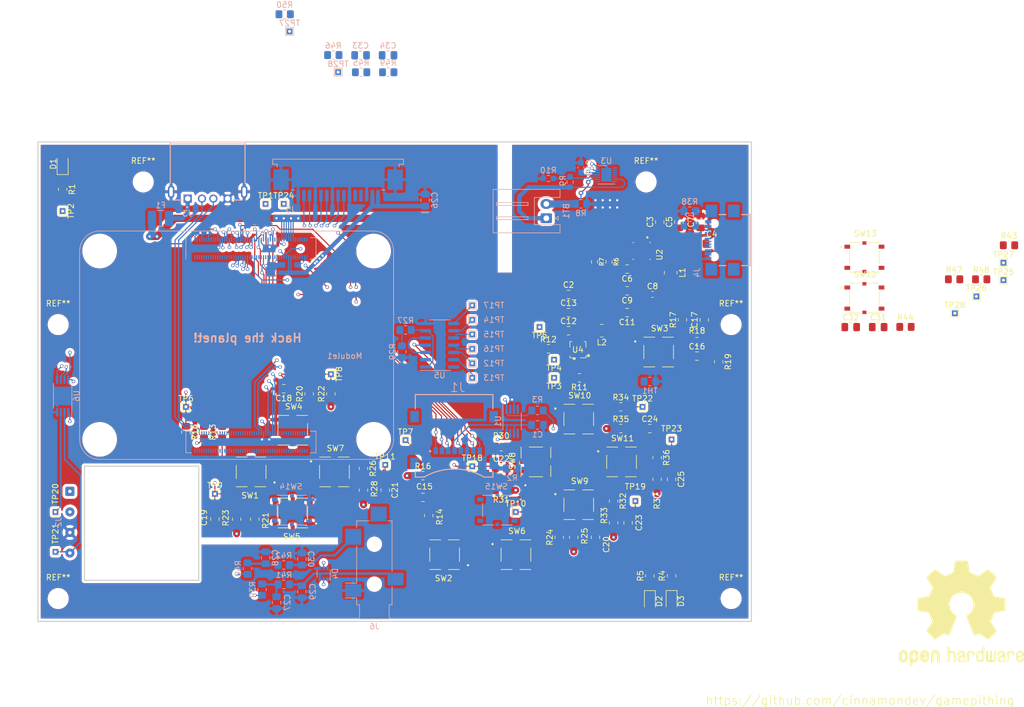
<source format=kicad_pcb>
(kicad_pcb (version 20211014) (generator pcbnew)
  (title_block (title "Main PCB (w/o Adaptor)") (rev "indev"))
  (layers (0 "F.Cu" signal) (1 "In1.Cu" signal) (2 "In2.Cu" signal) (31 "B.Cu" signal) (34 "B.Paste" user) (35 "F.Paste" user) (36 "B.SilkS" user "B.Silkscreen") (37 "F.SilkS" user "F.Silkscreen") (38 "B.Mask" user) (39 "F.Mask" user) (44 "Edge.Cuts" user))
  (net 0 "")
  (net 1 "GND")
  (net 2 "/IO/SD_PWR")
  (net 3 "Net-(C2-Pad1)")
  (net 4 "/Battery/CHRG-VBUS")
  (net 5 "Net-(C4-Pad1)")
  (net 6 "Net-(C4-Pad2)")
  (net 7 "Net-(C5-Pad1)")
  (net 8 "Net-(C8-Pad1)")
  (net 9 "Net-(C10-Pad1)")
  (net 10 "/_5v")
  (net 11 "/bi4")
  (net 12 "/bi0")
  (net 13 "/Buttons/DET_SHUTDOWN")
  (net 14 "Net-(C16-Pad2)")
  (net 15 "Net-(C17-Pad1)")
  (net 16 "/bi2")
  (net 17 "/bi3")
  (net 18 "/bi1")
  (net 19 "/bi5")
  (net 20 "/bi6")
  (net 21 "/bi8")
  (net 22 "/bi7")
  (net 23 "/bi9")
  (net 24 "Net-(D1-Pad1)")
  (net 25 "Net-(D2-Pad1)")
  (net 26 "Net-(D3-Pad1)")
  (net 27 "/IO/SD_DAT2")
  (net 28 "/IO/SD_DAT3")
  (net 29 "/IO/SD_CMD")
  (net 30 "/IO/SD_CLK")
  (net 31 "/IO/SD_DAT0")
  (net 32 "/IO/SD_DAT1")
  (net 33 "Net-(J1-Pad9)")
  (net 34 "Net-(J2-Pad2)")
  (net 35 "Net-(J2-Pad4)")
  (net 36 "/IO B/D-")
  (net 37 "/IO B/D+")
  (net 39 "/Battery/CHRG-CC2")
  (net 40 "/Battery/CHRG-CC1")
  (net 42 "/Battery/CHRG-D-")
  (net 43 "/Battery/CHRG-D+")
  (net 44 "Net-(J4-PadS1)")
  (net 47 "Net-(L2-Pad2)")
  (net 62 "Net-(Module1-Pad21)")
  (net 70 "/IO/SPI0_CE1_N")
  (net 71 "/IO/SPIO_SCLK")
  (net 72 "/IO/SPI0_CE0_N")
  (net 73 "/IO/SPI0_MISO")
  (net 74 "/IO/SPI0_MOSI")
  (net 76 "/Battery/ALRT")
  (net 84 "/IO/SD_PWR_ON")
  (net 86 "/IO/I2C_SDA")
  (net 87 "/IO/I2C_SCLK")
  (net 88 "/IO/1v8")
  (net 94 "Net-(Module1-Pad95)")
  (net 97 "/Buttons/GLOBAL-EN")
  (net 137 "/IO B/DSI0_L0_DN1")
  (net 139 "/IO B/DSI0_L0_DP1")
  (net 141 "/IO B/DSI0_L1_DN1")
  (net 143 "/IO B/DSI0_L1_DP1")
  (net 145 "/IO B/DSI0_CN")
  (net 147 "/IO B/DSI0_CP")
  (net 167 "Net-(R4-Pad2)")
  (net 168 "Net-(R5-Pad2)")
  (net 169 "Net-(R6-Pad1)")
  (net 170 "Net-(R7-Pad1)")
  (net 171 "Net-(R10-Pad1)")
  (net 172 "Net-(R11-Pad2)")
  (net 173 "Net-(R12-Pad2)")
  (net 174 "Net-(R13-Pad1)")
  (net 175 "Net-(R14-Pad1)")
  (net 176 "Net-(R20-Pad1)")
  (net 177 "Net-(R21-Pad1)")
  (net 178 "Net-(R24-Pad1)")
  (net 179 "Net-(R26-Pad1)")
  (net 180 "Net-(R27-Pad1)")
  (net 181 "Net-(R30-Pad1)")
  (net 182 "Net-(R32-Pad1)")
  (net 183 "Net-(R34-Pad1)")
  (net 184 "Net-(R36-Pad1)")
  (net 185 "Net-(TH1-Pad1)")
  (net 186 "Net-(TP12-Pad1)")
  (net 187 "Net-(TP13-Pad1)")
  (net 188 "Net-(TP14-Pad1)")
  (net 189 "Net-(TP15-Pad1)")
  (net 190 "Net-(TP16-Pad1)")
  (net 191 "Net-(TP17-Pad1)")
  (net 199 "Net-(U5-Pad3)")
  (net 200 "/3v3")
  (net 201 "Net-(BT1-Pad2)")
  (net 202 "Net-(C29-Pad1)")
  (net 203 "Net-(C30-Pad1)")
  (net 204 "Net-(C27-Pad1)")
  (net 205 "Net-(C28-Pad1)")
  (net 206 "/IO/AUX_R")
  (net 207 "/IO/AUX_L")
  (net 208 "/Battery/BATT__")
  (net 209 "/BATT_S")
  (net 211 "/Buttons/SHOULDERL")
  (net 212 "/Buttons/SHOULDERR")
  (net 213 "/Buttons/SHOULDERL2")
  (net 214 "/Buttons/SHOULDERR2")
  (net 215 "Net-(F1-Pad1)")
  (net 216 "Net-(F2-Pad1)")
  (net 217 "Net-(R43-Pad1)")
  (net 218 "Net-(R44-Pad1)")
  (net 219 "Net-(R45-Pad1)")
  (net 220 "Net-(R46-Pad1)")
  (footprint "MountingHole:MountingHole_2.7mm_M2.5" (layer "F.Cu") (at 200.297 136.462)
    (fp_text reference "REF**")
    (fp_text value "MountingHole_2.7mm_M2.5")
  )
  (footprint "Resistor_SMD:R_0805_2012Metric_Pad1.20x1.40mm_HandSolder" (layer "F.Cu") (at 130.175 100.6 90)
    (fp_text reference "R22")
    (fp_text value "10k")
  )
  (footprint "TestPoint:TestPoint_THTPad_1.0x1.0mm_Drill0.5mm" (layer "F.Cu") (at 243.26 83.53)
    (fp_text reference "TP26")
    (fp_text value "A")
  )
  (footprint "CM4IO:SW_PTS526_SMG15_SMTR2_LFS" (layer "F.Cu") (at 173.600008 120.019928)
    (fp_text reference "SW9")
    (fp_text value "SW_Push")
  )
  (footprint "Capacitor_SMD:C_0805_2012Metric_Pad1.18x1.45mm_HandSolder" (layer "F.Cu") (at 196.915 74.295)
    (fp_text reference "C4")
    (fp_text value "100n")
  )
  (footprint "Resistor_SMD:R_0805_2012Metric_Pad1.20x1.40mm_HandSolder" (layer "F.Cu") (at 244.11 80.53)
    (fp_text reference "R48")
    (fp_text value "10k")
  )
  (footprint "TestPoint:TestPoint_THTPad_1.0x1.0mm_Drill0.5mm" (layer "F.Cu") (at 166.74 88.9 180)
    (fp_text reference "TP5")
    (fp_text value "TestPoint_Flag")
  )
  (footprint "Inductor_SMD:L_1008_2520Metric_Pad1.43x2.20mm_HandSolder" (layer "F.Cu") (at 189.7025 79.375 -90)
    (fp_text reference "L1")
    (fp_text value "0.47u")
  )
  (footprint "Resistor_SMD:R_0805_2012Metric_Pad1.20x1.40mm_HandSolder" (layer "F.Cu") (at 239.36 80.53)
    (fp_text reference "R47")
    (fp_text value "10k")
  )
  (footprint "Capacitor_SMD:C_0805_2012Metric_Pad1.18x1.45mm_HandSolder" (layer "F.Cu") (at 104.775 107.315 -90)
    (fp_text reference "C14")
    (fp_text value "100n")
  )
  (footprint "Capacitor_SMD:C_0805_2012Metric_Pad1.18x1.45mm_HandSolder" (layer "F.Cu") (at 109.855 122.555 -90)
    (fp_text reference "C19")
    (fp_text value "100n")
  )
  (footprint "Resistor_SMD:R_0805_2012Metric_Pad1.20x1.40mm_HandSolder" (layer "F.Cu") (at 189.865 132.47 90)
    (fp_text reference "R4")
    (fp_text value "1k")
  )
  (footprint "Resistor_SMD:R_0805_2012Metric_Pad1.20x1.40mm_HandSolder" (layer "F.Cu") (at 168.275 92.71)
    (fp_text reference "R12")
    (fp_text value "10k")
  )
  (footprint "CM4IO:IC_MAX77751FEFG+" (layer "F.Cu") (at 184.622491 75.565 -90)
    (fp_text reference "U2")
    (fp_text value "MAX77751")
  )
  (footprint "Resistor_SMD:R_0805_2012Metric_Pad1.20x1.40mm_HandSolder" (layer "F.Cu") (at 180.975 102.87)
    (fp_text reference "R34")
    (fp_text value "1k")
  )
  (footprint "TestPoint:TestPoint_THTPad_1.0x1.0mm_Drill0.5mm" (layer "F.Cu") (at 143.256 108.712)
    (fp_text reference "TP7")
    (fp_text value "SEL")
  )
  (footprint "Resistor_SMD:R_0805_2012Metric_Pad1.20x1.40mm_HandSolder" (layer "F.Cu") (at 83.185 64.77 -90)
    (fp_text reference "R1")
    (fp_text value "1k")
  )
  (footprint "Capacitor_SMD:C_0805_2012Metric_Pad1.18x1.45mm_HandSolder" (layer "F.Cu") (at 187.7975 70.485 90)
    (fp_text reference "C3")
    (fp_text value "2.2u")
  )
  (footprint "Capacitor_SMD:C_0805_2012Metric_Pad1.18x1.45mm_HandSolder" (layer "F.Cu") (at 160.02 113.665)
    (fp_text reference "C22")
    (fp_text value "100nF")
  )
  (footprint "Capacitor_SMD:C_0805_2012Metric_Pad1.18x1.45mm_HandSolder" (layer "F.Cu") (at 176.53 125.73 -90)
    (fp_text reference "C20")
    (fp_text value "100n")
  )
  (footprint "Resistor_SMD:R_0805_2012Metric_Pad1.20x1.40mm_HandSolder" (layer "F.Cu") (at 146.304 114.935)
    (fp_text reference "R16")
    (fp_text value "10k")
  )
  (footprint "Resistor_SMD:R_0805_2012Metric_Pad1.20x1.40mm_HandSolder" (layer "F.Cu") (at 160.02 117.475 180)
    (fp_text reference "R31")
    (fp_text value "10k")
  )
  (footprint "CM4IO:SW_PTS526_SMG15_SMTR2_LFS" (layer "F.Cu") (at 187.600006 93.269994)
    (fp_text reference "SW3")
    (fp_text value "SW_Push")
  )
  (footprint "Resistor_SMD:R_0805_2012Metric_Pad1.20x1.40mm_HandSolder" (layer "F.Cu") (at 180.975 106.68)
    (fp_text reference "R35")
    (fp_text value "10k")
  )
  (footprint "Inductor_SMD:L_1008_2520Metric_Pad1.43x2.20mm_HandSolder" (layer "F.Cu") (at 177.6375 89.535 180)
    (fp_text reference "L2")
    (fp_text value "1u")
  )
  (footprint "Symbol:OSHW-Logo2_24.3x20mm_SilkScreen" (layer "F.Cu") (at 240.665 139.065)
    (fp_text reference "REF**" hide)
    (fp_text value "OSHW-Logo2_24.3x20mm_SilkScreen" hide)
  )
  (footprint "TestPoint:TestPoint_THTPad_1.0x1.0mm_Drill0.5mm" (layer "F.Cu") (at 154.94 113.284)
    (fp_text reference "TP18")
    (fp_text value "A")
  )
  (footprint "Capacitor_SMD:C_0805_2012Metric_Pad1.18x1.45mm_HandSolder" (layer "F.Cu") (at 195.58 87.63 90)
    (fp_text reference "C17")
    (fp_text value "1u")
  )
  (footprint "Capacitor_SMD:C_0805_2012Metric_Pad1.18x1.45mm_HandSolder" (layer "F.Cu") (at 182.245 123.19 -90)
    (fp_text reference "C23")
    (fp_text value "100n")
  )
  (footprint "TestPoint:TestPoint_THTPad_1.0x1.0mm_Drill0.5mm" (layer "F.Cu") (at 81.915 128.27 90)
    (fp_text reference "TP21")
    (fp_text value "L/R")
  )
  (footprint "Capacitor_SMD:C_0805_2012Metric_Pad1.18x1.45mm_HandSolder" (layer "F.Cu") (at 189.865 115.57 -90)
    (fp_text reference "C25")
    (fp_text value "100n")
  )
  (footprint "TestPoint:TestPoint_THTPad_1.0x1.0mm_Drill0.5mm" (layer "F.Cu") (at 162.56 121.285)
    (fp_text reference "TP10")
    (fp_text value "START")
  )
  (footprint "TestPoint:TestPoint_THTPad_1.0x1.0mm_Drill0.5mm" (layer "F.Cu") (at 189.865 108.585)
    (fp_text reference "TP23")
    (fp_text value "Y")
  )
  (footprint "Resistor_SMD:R_0805_2012Metric_Pad1.20x1.40mm_HandSolder" (layer "F.Cu") (at 135.89 117.475 90)
    (fp_text reference "R28")
    (fp_text value "10k")
  )
  (footprint "Resistor_SMD:R_0805_2012Metric_Pad1.20x1.40mm_HandSolder" (layer "F.Cu") (at 160.02 109.855 180)
    (fp_text reference "R30")
    (fp_text value "1k")
  )
  (footprint "Capacitor_SMD:C_0805_2012Metric_Pad1.18x1.45mm_HandSolder" (layer "F.Cu") (at 146.304 118.744999 180)
    (fp_text reference "C15")
    (fp_text value "100n")
  )
  (footprint "Resistor_SMD:R_0805_2012Metric_Pad1.20x1.40mm_HandSolder" (layer "F.Cu") (at 179.705 123.19 90)
    (fp_text reference "R33")
    (fp_text value "10k")
  )
  (footprint "CM4IO:SW_PTS526_SMG15_SMTR2_LFS" (layer "F.Cu") (at 116.199996 114.270003 180)
    (fp_text reference "SW1")
    (fp_text value "SW_Push")
  )
  (footprint "CM4IO:SW_PTS526_SMG15_SMTR2_LFS" (layer "F.Cu") (at 166.099998 112.519917 90)
    (fp_text reference "SW8")
    (fp_text value "SW_Push")
  )
  (footprint "MountingHole:MountingHole_2.7mm_M2.5" (layer "F.Cu") (at 185.4 63.47)
    (fp_text reference "REF**")
    (fp_text value "MountingHole_2.7mm_M2.5")
  )
  (footprint "CM4IO:SW_PTS526_SMG15_SMTR2_LFS" (layer "F.Cu") (at 130.799992 114.270003)
    (fp_text reference "SW7")
    (fp_text value "SW_Push")
  )
  (footprint "Resistor_SMD:R_0805_2012Metric_Pad1.20x1.40mm_HandSolder" (layer "F.Cu") (at 179.705 119.38 -90)
    (fp_text reference "R32")
    (fp_text value "1k")
  )
  (footprint "CM4IO:SW_PTS526_SMG15_SMTR2_LFS" (layer "F.Cu") (at 223.645 83.82)
    (fp_text reference "SW12")
    (fp_text value "SW_Push")
  )
  (footprint "CM4IO:SW_PTS526_SMG15_SMTR2_LFS" (layer "F.Cu") (at 223.645 76.67)
    (fp_text reference "SW13")
    (fp_text value "SW_Push")
  )
  (footprint "Capacitor_SMD:C_0805_2012Metric_Pad1.18x1.45mm_HandSolder" (layer "F.Cu") (at 121.92 99.695 180)
    (fp_text reference "C18")
    (fp_text value "100n")
  )
  (footprint "LED_SMD:LED_0805_2012Metric_Pad1.15x1.40mm_HandSolder" (layer "F.Cu") (at 186.055 136.94 -90)
    (fp_text reference "D2")
    (fp_text value "LED")
  )
  (footprint "Resistor_SMD:R_0805_2012Metric_Pad1.20x1.40mm_HandSolder" (layer "F.Cu") (at 170.18 125.73 90)
    (fp_text reference "R24")
    (fp_text value "1k")
  )
  (footprint "Capacitor_SMD:C_0805_2012Metric_Pad1.18x1.45mm_HandSolder" (layer "F.Cu") (at 171.815 83.185)
    (fp_text reference "C2")
    (fp_text value "2.2u")
  )
  (footprint "Resistor_SMD:R_0805_2012Metric_Pad1.20x1.40mm_HandSolder" (layer "F.Cu") (at 198.12 94.98 -90)
    (fp_text reference "R19")
    (fp_text value "100k")
  )
  (footprint "Capacitor_SMD:C_0805_2012Metric_Pad1.18x1.45mm_HandSolder" (layer "F.Cu") (at 139.7 117.475 -90)
    (fp_text reference "C21")
    (fp_text value "100n")
  )
  (footprint "TestPoint:TestPoint_THTPad_1.0x1.0mm_Drill0.5mm" (layer "F.Cu") (at 81.915 121.285 90)
    (fp_text reference "TP20")
    (fp_text value "U/D")
  )
  (footprint "TestPoint:TestPoint_THTPad_1.0x1.0mm_Drill0.5mm" (layer "F.Cu") (at 109.855 118.11)
    (fp_text reference "TP9")
    (fp_text value "D")
  )
  (footprint "Resistor_SMD:R_0805_2012Metric_Pad1.20x1.40mm_HandSolder" (layer "F.Cu") (at 135.89 113.665 -90)
    (fp_text reference "R26")
    (fp_text value "1k")
  )
  (footprint "Resistor_SMD:R_0805_2012Metric_Pad1.20x1.40mm_HandSolder" (layer "F.Cu") (at 194.31 91.44)
    (fp_text reference "R18")
    (fp_text value "5M")
  )
  (footprint "Capacitor_SMD:C_0805_2012Metric_Pad1.18x1.45mm_HandSolder" (layer "F.Cu") (at 194.31 93.98)
    (fp_text reference "C16")
    (fp_text value "1u")
  )
  (footprint "Capacitor_SMD:C_0805_2012Metric_Pad1.18x1.45mm_HandSolder" (layer "F.Cu") (at 186.055 106.68)
    (fp_text reference "C24")
    (fp_text value "100n")
  )
  (footprint "Resistor_SMD:R_0805_2012Metric_Pad1.20x1.40mm_HandSolder" (layer "F.Cu") (at 147.320001 121.919999 90)
    (fp_text reference "R14")
    (fp_text value "1k")
  )
  (footprint "Capacitor_SMD:C_0805_2012Metric_Pad1.18x1.45mm_HandSolder" (layer "F.Cu") (at 191.135 70.485 90)
    (fp_text reference "C5")
    (fp_text value "C")
  )
  (footprint "Resistor_SMD:R_0603_1608Metric_Pad0.98x0.95mm_HandSolder" (layer "F.Cu") (at 178.9075 77.47 -90)
    (fp_text reference "R6")
    (fp_text value "R")
  )
  (footprint "TestPoint:TestPoint_THTPad_1.0x1.0mm_Drill0.5mm" (layer "F.Cu") (at 83.185 68.58 -90)
    (fp_text reference "TP2")
    (fp_text value "TestPoint_Flag")
  )
  (footprint "Resistor_SMD:R_0805_2012Metric_Pad1.20x1.40mm_HandSolder" (layer "F.Cu") (at 111.125 107.315 90)
    (fp_text reference "R13")
    (fp_text value "1k")
  )
  (footprint "Resistor_SMD:R_0805_2012Metric_Pad1.20x1.40mm_HandSolder" (layer "F.Cu") (at 191.77 87.63 90)
    (fp_text reference "R17")
    (fp_text value "100k")
  )
  (footprint "MountingHole:MountingHole_2.7mm_M2.5" (layer "F.Cu") (at 97.3 63.47)
    (fp_text reference "REF**")
    (fp_text value "MountingHole_2.7mm_M2.5")
  )
  (footprint "Resistor_SMD:R_0805_2012Metric_Pad1.20x1.40mm_HandSolder" (layer "F.Cu") (at 187.325 115.57 90)
    (fp_text reference "R37")
    (fp_text value "10k")
  )
  (footprint "Resistor_SMD:R_0805_2012Metric_Pad1.20x1.40mm_HandSolder" (layer "F.Cu") (at 126.365 100.6 90)
    (fp_text reference "R20")
    (fp_text value "1k")
  )
  (footprint "TestPoint:TestPoint_THTPad_1.0x1.0mm_Drill0.5mm" (layer "F.Cu") (at 169.275 94.615 180)
    (fp_text reference "TP4")
    (fp_text value "5VREG_EN")
  )
  (footprint "LED_SMD:LED_0805_2012Metric_Pad1.15x1.40mm_HandSolder" (layer "F.Cu") (at 189.865 136.915 -90)
    (fp_text reference "D3")
    (fp_text value "LED")
  )
  (footprint "Resistor_SMD:R_0805_2012Metric_Pad1.20x1.40mm_HandSolder" (layer "F.Cu") (at 187.325 111.76 -90)
    (fp_text reference "R36")
    (fp_text value "1k")
  )
  (footprint "TestPoint:TestPoint_THTPad_1.0x1.0mm_Drill0.5mm" (layer "F.Cu") (at 248.01 77.63)
    (fp_text reference "TP27")
    (fp_text value "A")
  )
  (footprint "Resistor_SMD:R_0805_2012Metric_Pad1.20x1.40mm_HandSolder" (layer "F.Cu") (at 116.84 122.555 90)
    (fp_text reference "R21")
    (fp_text value "1k")
  )
  (footprint "MountingHole:MountingHole_2.7mm_M2.5" (layer "F.Cu") (at 200.297 88.464)
    (fp_text reference "REF**")
    (fp_text value "MountingHole_2.7mm_M2.5")
  )
  (footprint "Capacitor_SMD:C_0805_2012Metric_Pad1.18x1.45mm_HandSolder" (layer "F.Cu") (at 194.945 70.485 90)
    (fp_text reference "C7")
    (fp_text value "C")
  )
  (footprint "TestPoint:TestPoint_THTPad_1.0x1.0mm_Drill0.5mm" (layer "F.Cu") (at 118.745 67.31)
    (fp_text reference "TP1")
    (fp_text value "TestPoint POWER PI")
  )
  (footprint "Resistor_SMD:R_0603_1608Metric_Pad0.98x0.95mm_HandSolder" (layer "F.Cu") (at 176.3675 77.47 -90)
    (fp_text reference "R7")
    (fp_text value "R")
  )
  (footprint "TestPoint:TestPoint_THTPad_1.0x1.0mm_Drill0.5mm" (layer "F.Cu") (at 183.515 119.38)
    (fp_text reference "TP19")
    (fp_text value "X")
  )
  (footprint "CM4IO:SW_PTS526_SMG15_SMTR2_LFS" (layer "F.Cu") (at 123.500007 106.969992)
    (fp_text reference "SW4")
    (fp_text value "SW_Push")
  )
  (footprint "CM4IO:MIC2877-AYFT-TR" (layer "F.Cu") (at 173.45 92.865 180)
    (fp_text reference "U4")
    (fp_text value "MIC2877")
  )
  (footprint "TestPoint:TestPoint_THTPad_1.0x1.0mm_Drill0.5mm" (layer "F.Cu") (at 169.275 97.79 180)
    (fp_text reference "TP3")
    (fp_text value "TP_PG")
  )
  (footprint "Resistor_SMD:R_0805_2012Metric_Pad1.20x1.40mm_HandSolder" (layer "F.Cu") (at 248.98 74.57)
    (fp_text reference "R43")
    (fp_text value "1k")
  )
  (footprint "Resistor_SMD:R_0805_2012Metric_Pad1.20x1.40mm_HandSolder" (layer "F.Cu") (at 172.72 125.73 90)
    (fp_text reference "R25")
    (fp_text value "10k")
  )
  (footprint "MountingHole:MountingHole_2.7mm_M2.5" (layer "F.Cu") (at 82.403 136.462)
    (fp_text reference "REF**")
    (fp_text value "MountingHole_2.7mm_M2.5")
  )
  (footprint "Capacitor_SMD:C_0805_2012Metric_Pad1.18x1.45mm_HandSolder" (layer "F.Cu") (at 171.815 89.535)
    (fp_text reference "C12")
    (fp_text value "22u")
  )
  (footprint "CM4IO:SW_PTS526_SMG15_SMTR2_LFS" (layer "F.Cu") (at 150.100005 128.769923 180)
    (fp_text reference "SW2")
    (fp_text value "SW_Push")
  )
  (footprint "Capacitor_SMD:C_0603_1608Metric_Pad1.08x0.95mm_HandSolder" (layer "F.Cu") (at 186.5275 83.185)
    (fp_text reference "C8")
    (fp_text value "2.2u")
  )
  (footprint "Capacitor_SMD:C_0805_2012Metric_Pad1.18x1.45mm_HandSolder" (layer "F.Cu") (at 182.0825 86.36 180)
    (fp_text reference "C11")
    (fp_text value "22u")
  )
  (footprint "Capacitor_SMD:C_0805_2012Metric_Pad1.18x1.45mm_HandSolder" (layer "F.Cu") (at 182.0825 82.55 180)
    (fp_text reference "C9")
    (fp_text value "22u")
  )
  (footprint "TestPoint:TestPoint_THTPad_1.0x1.0mm_Drill0.5mm" (layer "F.Cu") (at 239.49 86.48)
    (fp_text reference "TP28")
    (fp_text value "A")
  )
  (footprint "TestPoint:TestPoint_THTPad_1.0x1.0mm_Drill0.5mm" (layer "F.Cu") (at 130.175 97.155 -90)
    (fp_text reference "TP8")
    (fp_text value "U")
  )
  (footprint "Resistor_SMD:R_0805_2012Metric_Pad1.20x1.40mm_HandSolder" (layer "F.Cu") (at 173.72 97.79 180)
    (fp_text reference "R11")
    (fp_text value "1M")
  )
  (footprint "Resistor_SMD:R_0805_2012Metric_Pad1.20x1.40mm_HandSolder" (layer "F.Cu") (at 113.665 122.555 90)
    (fp_text reference "R23")
    (fp_text value "10k")
  )
  (footprint "Resistor_SMD:R_0805_2012Metric_Pad1.20x1.40mm_HandSolder" (layer "F.Cu") (at 186.055 132.495 90)
    (fp_text reference "R5")
    (fp_text value "1k")
  )
  (footprint "TestPoint:TestPoint_THTPad_1.0x1.0mm_Drill0.5mm" (layer "F.Cu") (at 248.01 80.68)
    (fp_text reference "TP25")
    (fp_text value "A")
  )
  (footprint "CM4IO:SW_PTS526_SMG15_SMTR2_LFS" (layer "F.Cu") (at 181.099993 112.519917)
    (fp_text reference "SW11")
    (fp_text value "SW_Push")
  )
  (footprint "TestPoint:TestPoint_THTPad_1.0x1.0mm_Drill0.5mm" (layer "F.Cu") (at 121.92 67.31)
    (fp_text reference "TP24")
    (fp_text value "TP-GLOBALEN")
  )
  (footprint "Capacitor_SMD:C_0805_2012Metric_Pad1.18x1.45mm_HandSolder" (layer "F.Cu") (at 182.0825 78.74 180)
    (fp_text reference "C6")
    (fp_text value "22u")
  )
  (footprint "Capacitor_SMD:C_0805_2012Metric_Pad1.18x1.45mm_HandSolder" (layer "F.Cu") (at 221.25 88.9)
    (fp_text reference "C32")
    (fp_text value "100nF")
  )
  (footprint "TestPoint:TestPoint_THTPad_1.0x1.0mm_Drill0.5mm" (layer "F.Cu") (at 104.775 102.87)
    (fp_text reference "TP6")
    (fp_text value "L")
  )
  (footprint "Capacitor_SMD:C_0805_2012Metric_Pad1.18x1.45mm_HandSolder" (layer "F.Cu") (at 226.06 88.9)
    (fp_text reference "C31")
    (fp_text value "100nF")
  )
  (footprint "Resistor_SMD:R_0805_2012Metric_Pad1.20x1.40mm_HandSolder" (layer "F.Cu") (at 107.95 107.315 90)
    (fp_text reference "R15")
    (fp_text value "10k")
  )
  (footprint "CM4IO:SW_PTS526_SMG15_SMTR2_LFS" (layer "F.Cu") (at 123.500007 121.469988 180)
    (fp_text reference "SW5")
    (fp_text value "SW_Push")
  )
  (footprint "CM4IO:SW_PTS526_SMG15_SMTR2_LFS" (layer "F.Cu") (at 162.600005 128.769923)
    (fp_text reference "SW6")
    (fp_text value "SW_Push")
  )
  (footprint "CM4IO:SW_PTS526_SMG15_SMTR2_LFS" (layer "F.Cu") (at 173.600008 105.019907)
    (fp_text reference "SW10")
    (fp_text value "SW_Push")
  )
  (footprint "LED_SMD:LED_0805_2012Metric_Pad1.15x1.40mm_HandSolder" (layer "F.Cu") (at 83.185 60.325 90)
    (fp_text reference "D1")
    (fp_text value "LED")
  )
  (footprint "Capacitor_SMD:C_0805_2012Metric_Pad1.18x1.45mm_HandSolder" (layer "F.Cu") (at 171.815 86.36)
    (fp_text reference "C13")
    (fp_text value "22u")
  )
  (footprint "TestPoint:TestPoint_THTPad_1.0x1.0mm_Drill0.5mm" (layer "F.Cu") (at 139.7 113.03)
    (fp_text reference "TP11")
    (fp_text value "R")
  )
  (footprint "TestPoint:TestPoint_THTPad_1.0x1.0mm_Drill0.5mm" (layer "F.Cu") (at 184.785 102.87)
    (fp_text reference "TP22")
    (fp_text value "B")
  )
  (footprint "Resistor_SMD:R_0805_2012Metric_Pad1.20x1.40mm_HandSolder" (layer "F.Cu") (at 230.84 88.87)
    (fp_text reference "R44")
    (fp_text value "1k")
  )
  (footprint "MountingHole:MountingHole_2.7mm_M2.5" (layer "F.Cu") (at 82.403 88.464)
    (fp_text reference "REF**")
    (fp_text value "MountingHole_2.7mm_M2.5")
  )
  (footprint "TestPoint:TestPoint_THTPad_1.0x1.0mm_Drill0.5mm" (layer "B.Cu") (at 154.94 87.63)
    (fp_text reference "TP14")
    (fp_text value "A")
  )
  (footprint "CM4IO:SW_PTS526_SMG15_SMTR2_LFS" (layer "B.Cu") (at 123.349995 120.969913 180)
    (fp_text reference "SW14")
    (fp_text value "SW_Push")
  )
  (footprint "Connector_Audio:Jack_3.5mm_CUI_SJ-3524-SMT_Horizontal" (layer "B.Cu") (at 137.795 131.445)
    (fp_text reference "J6")
    (fp_text value "AudioJack3_Dual_Ground_Switch")
  )
  (footprint "TestPoint:TestPoint_THTPad_1.0x1.0mm_Drill0.5mm" (layer "B.Cu") (at 154.94 95.25)
    (fp_text reference "TP12")
    (fp_text value "A")
  )
  (footprint "TestPoint:TestPoint_THTPad_1.0x1.0mm_Drill0.5mm" (layer "B.Cu") (at 154.94 97.79)
    (fp_text reference "TP13")
    (fp_text value "B")
  )
  (footprint "Resistor_SMD:R_0805_2012Metric_Pad1.20x1.40mm_HandSolder" (layer "B.Cu") (at 161.925 113.665)
    (fp_text reference "R2")
    (fp_text value "nc")
  )
  (footprint "Package_TO_SOT_SMD:SOT-363_SC-70-6" (layer "B.Cu") (at 128.905 132.095 90)
    (fp_text reference "D4")
    (fp_text value "BAV99S")
  )
  (footprint "Capacitor_SMD:C_0805_2012Metric_Pad1.18x1.45mm_HandSolder" (layer "B.Cu") (at 140.19 41.275 180)
    (fp_text reference "C34")
    (fp_text value "100nF")
  )
  (footprint "Package_SO:MSOP-8_3x3mm_P0.65mm" (layer "B.Cu") (at 161.925 105.41 -90)
    (fp_text reference "U1")
    (fp_text value "MIC2025-2YMM")
  )
  (footprint "Resistor_SMD:R_0603_1608Metric_Pad0.98x0.95mm_HandSolder" (layer "B.Cu") (at 168.275 62.865 180)
    (fp_text reference "R10")
    (fp_text value "400k")
  )
  (footprint "Capacitor_SMD:C_0805_2012Metric_Pad1.18x1.45mm_HandSolder" (layer "B.Cu") (at 146.685 66.675 90)
    (fp_text reference "C26")
    (fp_text value "100n")
  )
  (footprint "Capacitor_SMD:C_0805_2012Metric_Pad1.18x1.45mm_HandSolder" (layer "B.Cu") (at 125.095 135.255 -90)
    (fp_text reference "C29")
    (fp_text value "C")
  )
  (footprint "Capacitor_SMD:C_0805_2012Metric_Pad1.18x1.45mm_HandSolder" (layer "B.Cu") (at 166.37 106.045)
    (fp_text reference "C1")
    (fp_text value "10u")
  )
  (footprint "Resistor_SMD:R_0805_2012Metric_Pad1.20x1.40mm_HandSolder" (layer "B.Cu") (at 130.6 41.245 180)
    (fp_text reference "R46")
    (fp_text value "1k")
  )
  (footprint "Resistor_SMD:R_0805_2012Metric_Pad1.20x1.40mm_HandSolder" (layer "B.Cu") (at 193.04 68.58 180)
    (fp_text reference "R38")
    (fp_text value "nc")
  )
  (footprint "Fuse:Fuse_1210_3225Metric_Pad1.42x2.65mm_HandSolder" (layer "B.Cu") (at 100.33 69.85 180)
    (fp_text reference "F1")
    (fp_text value "Polyfuse")
  )
  (footprint "Capacitor_SMD:C_0805_2012Metric_Pad1.18x1.45mm_HandSolder" (layer "B.Cu") (at 135.38 41.275 180)
    (fp_text reference "C33")
    (fp_text value "100nF")
  )
  (footprint "Resistor_SMD:R_0805_2012Metric_Pad1.20x1.40mm_HandSolder" (layer "B.Cu") (at 166.37 103.505)
    (fp_text reference "R3")
    (fp_text value "10k")
  )
  (footprint "TestPoint:TestPoint_THTPad_1.0x1.0mm_Drill0.5mm" (layer "B.Cu") (at 154.94 90.17)
    (fp_text reference "TP15")
    (fp_text value "B")
  )
  (footprint "Capacitor_SMD:C_0805_2012Metric_Pad1.18x1.45mm_HandSolder" (layer "B.Cu") (at 125.095 129.54 90)
    (fp_text reference "C30")
    (fp_text value "C")
  )
  (footprint "CM4IO:GCT_USB1125-GF-B_REVA" (layer "B.Cu") (at 108.585 65.192504)
    (fp_text reference "J3")
    (fp_text value "USB_A")
  )
  (footprint "Resistor_SMD:R_0805_2012Metric_Pad1.20x1.40mm_HandSolder" (layer "B.Cu") (at 118.11 134.89 -90)
    (fp_text reference "R39")
    (fp_text value "R")
  )
  (footprint "Package_SO:SOIC-14_3.9x8.7mm_P1.27mm" (layer "B.Cu") (at 149.225 92.075)
    (fp_text reference "U5")
    (fp_text value "74HC00")
  )
  (footprint "Resistor_SMD:R_0805_2012Metric_Pad1.20x1.40mm_HandSolder" (layer "B.Cu") (at 122.08 34.095 180)
    (fp_text reference "R50")
    (fp_text value "10k")
  )
  (footprint "Package_SO:TSSOP-8_4.4x3mm_P0.65mm" (layer "B.Cu") (at 83.185 100.965 90)
    (fp_text reference "U6")
    (fp_text value "MCP3002")
  )
  (footprint "Resistor_SMD:R_0805_2012Metric_Pad1.20x1.40mm_HandSolder" (layer "B.Cu") (at 135.47 44.255 180)
    (fp_text reference "R45")
    (fp_text value "1k")
  )
  (footprint "TestPoint:TestPoint_THTPad_1.0x1.0mm_Drill0.5mm" (layer "B.Cu") (at 154.94 92.71)
    (fp_text reference "TP16")
    (fp_text value "(A.B)' (0)")
  )
  (footprint "CM4IO:Raspberry-Pi-4-Compute-Module" (layer "B.Cu") (at 137.665 75.575 -90)
    (fp_text reference "Module1")
    (fp_text value "ComputeModule4-CM4")
  )
  (footprint "CM4IO:TE_1-84952-5" (layer "B.Cu") (at 131.445 65.880005)
    (fp_text reference "J5")
    (fp_text value "1-84952-5")
  )
  (footprint "Resistor_SMD:R_0805_2012Metric_Pad1.20x1.40mm_HandSolder" (layer "B.Cu") (at 115.57 131.2125 -90)
    (fp_text reference "R40")
    (fp_text value "R")
  )
  (footprint "TestPoint:TestPoint_THTPad_1.0x1.0mm_Drill0.5mm" (layer "B.Cu") (at 122.93 37.095 180)
    (fp_text reference "TP27")
    (fp_text value "A")
  )
  (footprint "Resistor_SMD:R_0805_2012Metric_Pad1.20x1.40mm_HandSolder" (layer "B.Cu") (at 121.92 130.577499 180)
    (fp_text reference "R42")
    (fp_text value "R")
  )
  (footprint "Resistor_SMD:R_0805_2012Metric_Pad1.20x1.40mm_HandSolder" (layer "B.Cu") (at 140.22 44.255 180)
    (fp_text reference "R49")
    (fp_text value "10k")
  )
  (footprint "TestPoint:TestPoint_THTPad_1.0x1.0mm_Drill0.5mm" (layer "B.Cu") (at 131.45 44.245 180)
    (fp_text reference "TP28")
    (fp_text value "A")
  )
  (footprint "Fuse:Fuse_0805_2012Metric_Pad1.15x1.40mm_HandSolder" (layer "B.Cu") (at 193.04 71.12 180)
    (fp_text reference "F2")
    (fp_text value "Polyfuse")
  )
  (footprint "Connector_Wire:SolderWire-0.1sqmm_1x04_P3.6mm_D0.4mm_OD1mm" (layer "B.Cu") (at 84.455 117.685 -90)
    (fp_text reference "J2")
    (fp_text value "Conn_01x04_Female")
  )
  (footprint "Resistor_SMD:R_0805_2012Metric_Pad1.20x1.40mm_HandSolder" (layer "B.Cu") (at 186.055 98.425)
    (fp_text reference "TH1")
    (fp_text value "10k 5%")
  )
  (footprint "Capacitor_SMD:C_0805_2012Metric_Pad1.18x1.45mm_HandSolder" (layer "B.Cu") (at 120.649999 137.16 -90)
    (fp_text reference "C27")
    (fp_text value "C")
  )
  (footprint "CM4IO:SW_PTS526_SMG15_SMTR2_LFS" (layer "B.Cu") (at 159.349999 120.969913 180)
    (fp_text reference "SW15")
    (fp_text value "SW_Push")
  )
  (footprint "Connector_JST:JST_XH_S2B-XH-A_1x02_P2.50mm_Horizontal" (layer "B.Cu") (at 167.915 69.83 90)
    (fp_text reference "BT1")
    (fp_text value "Battery_Cell")
  )
  (footprint "Package_DFN_QFN:TDFN-14-1EP_3x3mm_P0.4mm_EP1.78x2.35mm" (layer "B.Cu") (at 178.435 62.23 180)
    (fp_text reference "U3")
    (fp_text value "MAX17261xxTD")
  )
  (footprint "CM4IO:GCT_USB4110-GF-A_REVB" (layer "B.Cu") (at 197.3275 73.66 -90)
    (fp_text reference "J4")
    (fp_text value "USB_C_Receptacle_USB2.0")
  )
  (footprint "Resistor_SMD:R_0805_2012Metric_Pad1.20x1.40mm_HandSolder" (layer "B.Cu") (at 121.92 133.984999 180)
    (fp_text reference "R41")
    (fp_text value "R")
  )
  (footprint "Capacitor_SMD:C_0805_2012Metric_Pad1.18x1.45mm_HandSolder" (layer "B.Cu") (at 118.745 129.307499 90)
    (fp_text reference "C28")
    (fp_text value "C")
  )
  (footprint "Resistor_SMD:R_0805_2012Metric_Pad1.20x1.40mm_HandSolder" (layer "B.Cu") (at 173.99 67.31)
    (fp_text reference "R8")
    (fp_text value "R")
  )
  (footprint "CM4IO:GCT_MEM2067-02-180-00-A_REVB" (layer "B.Cu") (at 151.765 107.95 180)
    (fp_text reference "J1")
    (fp_text value "Micro_SD_Card")
  )
  (footprint "Resistor_SMD:R_0603_1608Metric_Pad0.98x0.95mm_HandSolder" (layer "B.Cu") (at 172.085 63.5 90)
    (fp_text reference "R9")
    (fp_text value "600k")
  )
  (footprint "Capacitor_SMD:C_0603_1608Metric_Pad1.08x0.95mm_HandSolder" (layer "B.Cu") (at 173.99 60.96 90)
    (fp_text reference "C10")
    (fp_text value "470n")
  )
  (footprint "TestPoint:TestPoint_THTPad_1.0x1.0mm_Drill0.5mm" (layer "B.Cu") (at 154.94 85.09)
    (fp_text reference "TP17")
    (fp_text value "(A.B)' (1)")
  )
  (footprint "Resistor_SMD:R_0805_2012Metric_Pad1.20x1.40mm_HandSolder" (layer "B.Cu") (at 143.256 89.408 180)
    (fp_text reference "R27")
    (fp_text value "2K7")
  )
  (footprint "Resistor_SMD:R_0805_2012Metric_Pad1.20x1.40mm_HandSolder" (layer "B.Cu") (at 142.621 93.218 -90)
    (fp_text reference "R29")
    (fp_text value "10k")
  )
  (gr_line locked (start 107.012 133.27) (end 107.012 113.27) (layer "Edge.Cuts") (width 0.2))
  (gr_line locked (start 107.012 113.27) (end 87.012 113.27) (layer "Edge.Cuts") (width 0.2))
  (gr_line locked (start 203.85 140.47) (end 78.85 140.47) (layer "Edge.Cuts") (width 0.2))
  (gr_line locked (start 87.012 113.27) (end 87.012 133.27) (layer "Edge.Cuts") (width 0.2))
  (gr_line locked (start 203.85 56.47) (end 203.85 140.47) (layer "Edge.Cuts") (width 0.2))
  (gr_line locked (start 87.012 133.27) (end 107.012 133.27) (layer "Edge.Cuts") (width 0.2))
  (gr_line locked (start 78.85 56.47) (end 203.85 56.47) (layer "Edge.Cuts") (width 0.2))
  (gr_line locked (start 78.85 140.47) (end 78.85 56.47) (layer "Edge.Cuts") (width 0.2))
  (gr_text "Hack the planet!" (at 115.57 90.805) (layer "B.SilkS") (effects (font (size 1.5 1.5) (thickness 0.3)) (justify mirror)))
  (gr_text "https://github.com/cinnamondev/gamepithing" (at 222.885 154.305) (layer "F.SilkS") (effects (font (size 1.524 1.524))))
  (via (at 176.53 67.945) (size 0.8) (drill 0.4) (layers "F.Cu" "B.Cu") (net 1))
  (via (at 119.38 108.585) (size 0.6) (drill 0.4) (layers "F.Cu" "B.Cu") (net 1))
  (via (at 110.49 74.93) (size 0.6) (drill 0.4) (layers "F.Cu" "B.Cu") (net 1))
  (via (at 119.452753 74.857247) (size 0.6) (drill 0.4) (layers "F.Cu" "B.Cu") (net 1))
  (via (at 112.996197 72.39) (size 0.6) (drill 0.4) (layers "F.Cu" "B.Cu") (net 1))
  (via (at 177.8 67.945) (size 0.8) (drill 0.4) (layers "F.Cu" "B.Cu") (net 1))
  (via (at 176.53 66.675) (size 0.8) (drill 0.4) (layers "F.Cu" "B.Cu") (net 1))
  (via (at 125.095 77.47) (size 0.6) (drill 0.4) (layers "F.Cu" "B.Cu") (net 1))
  (via (at 161.925 101.6) (size 0.6) (drill 0.4) (layers "F.Cu" "B.Cu") (net 1))
  (via (at 108.585 72.39) (size 0.6) (drill 0.4) (layers "F.Cu" "B.Cu") (net 1))
  (via (at 115.007753 71.827753) (size 0.6) (drill 0.4) (layers "F.Cu" "B.Cu") (net 1))
  (via (at 120.65 77.47) (size 0.6) (drill 0.4) (layers "F.Cu" "B.Cu") (net 1))
  (via (at 179.07 67.945) (size 0.8) (drill 0.4) (layers "F.Cu" "B.Cu") (net 1))
  (via (at 180.34 67.945) (size 0.8) (drill 0.4) (layers "F.Cu" "B.Cu") (net 1))
  (via (at 177.8 66.675) (size 0.8) (drill 0.4) (layers "F.Cu" "B.Cu") (net 1))
  (via (at 118.823279 78.15753) (size 0.6) (drill 0.4) (layers "F.Cu" "B.Cu") (net 1))
  (via (at 180.34 66.675) (size 0.8) (drill 0.4) (layers "F.Cu" "B.Cu") (net 1))
  (via (at 107.315 72.39) (size 0.6) (drill 0.4) (layers "F.Cu" "B.Cu") (net 1))
  (via (at 179.07 66.675) (size 0.8) (drill 0.4) (layers "F.Cu" "B.Cu") (net 1))
  (via (at 118.11 108.585) (size 0.6) (drill 0.4) (layers "F.Cu" "B.Cu") (net 1))
  (segment (start 162.25 101.925) (end 161.925 101.6) (width 0.2) (layer "B.Cu") (net 1))
  (segment (start 118.693425 74.857247) (end 119.452753 74.857247) (width 0.2) (layer "B.Cu") (net 1))
  (segment (start 178.435 62.23) (end 178.435 62.424295) (width 0.2) (layer "B.Cu") (net 1))
  (segment (start 119.165 77.815809) (end 118.823279 78.15753) (width 0.2) (layer "B.Cu") (net 1))
  (segment (start 119.165 76.655) (end 119.165 77.815809) (width 0.2) (layer "B.Cu") (net 1))
  (segment (start 110.765 73.575) (end 110.765 74.655) (width 0.2) (layer "B.Cu") (net 1))
  (segment (start 162.25 103.2975) (end 162.25 101.925) (width 0.2) (layer "B.Cu") (net 1))
  (segment (start 107.565 72.64) (end 107.315 72.39) (width 0.2) (layer "B.Cu") (net 1))
  (segment (start 120.765 76.655) (end 120.765 77.355) (width 0.2) (layer "B.Cu") (net 1))
  (segment (start 118.365 107.495) (end 118.365 108.33) (width 0.2) (layer "B.Cu") (net 1))
  (segment (start 106.996178 72.39) (end 107.315 72.39) (width 0.2) (layer "B.Cu") (net 1))
  (segment (start 125.565 76.655) (end 125.565 77.208822) (width 0.2) (layer "B.Cu") (net 1))
  (segment (start 119.565 107.495) (end 119.565 108.4) (width 0.2) (layer "B.Cu") (net 1))
  (segment (start 106.365 73.021178) (end 106.996178 72.39) (width 0.2) (layer "B.Cu") (net 1))
  (segment (start 112.765 72.621197) (end 112.996197 72.39) (width 0.2) (layer "B.Cu") (net 1))
  (segment (start 119.165 74.569494) (end 119.452753 74.857247) (width 0.2) (layer "B.Cu") (net 1))
  (segment (start 108.765 73.575) (end 108.765 72.57) (width 0.2) (layer "B.Cu") (net 1))
  (segment (start 106.365 73.575) (end 106.365 73.021178) (width 0.2) (layer "B.Cu") (net 1))
  (segment (start 118.365 108.33) (end 118.11 108.585) (width 0.2) (layer "B.Cu") (net 1))
  (segment (start 107.565 73.575) (end 107.565 72.64) (width 0.2) (layer "B.Cu") (net 1))
  (segment (start 120.765 77.355) (end 120.65 77.47) (width 0.2) (layer "B.Cu") (net 1))
  (segment (start 117.965 74.128822) (end 118.693425 74.857247) (width 0.2) (layer "B.Cu") (net 1))
  (segment (start 114.765 73.575) (end 114.765 72.070506) (width 0.2) (layer "B.Cu") (net 1))
  (segment (start 110.765 74.655) (end 110.49 74.93) (width 0.2) (layer "B.Cu") (net 1))
  (segment (start 117.965 73.575) (end 117.965 74.128822) (width 0.2) (layer "B.Cu") (net 1))
  (segment (start 179.440705 63.43) (end 179.9225 63.43) (width 0.2) (layer "B.Cu") (net 1))
  (segment (start 114.765 72.070506) (end 115.007753 71.827753) (width 0.2) (layer "B.Cu") (net 1))
  (segment (start 125.303822 77.47) (end 125.095 77.47) (width 0.2) (layer "B.Cu") (net 1))
  (segment (start 108.765 72.57) (end 108.585 72.39) (width 0.2) (layer "B.Cu") (net 1))
  (segment (start 112.765 73.575) (end 112.765 72.621197) (width 0.2) (layer "B.Cu") (net 1))
  (segment (start 119.165 73.575) (end 119.165 74.569494) (width 0.2) (layer "B.Cu") (net 1))
  (segment (start 119.565 108.4) (end 119.38 108.585) (width 0.2) (layer "B.Cu") (net 1))
  (segment (start 125.565 77.208822) (end 125.303822 77.47) (width 0.2) (layer "B.Cu") (net 1))
  (segment (start 178.435 62.424295) (end 179.440705 63.43) (width 0.2) (layer "B.Cu") (net 1))
  (segment (start 162.25 107.5225) (end 162.25 106.355) (width 0.2) (layer "B.Cu") (net 2))
  (segment (start 162.25 106.355) (end 162.56 106.045) (width 0.2) (layer "B.Cu") (net 2))
  (segment (start 160.95 107.5225) (end 160.95 106.385) (width 0.2) (layer "B.Cu") (net 2))
  (segment (start 151.675499 108.919901) (end 151.675499 110.410499) (width 0.25) (layer "B.Cu") (net 2))
  (segment (start 154.5504 106.045) (end 151.675499 108.919901) (width 0.25) (layer "B.Cu") (net 2))
  (segment (start 165.3325 106.045) (end 154.5504 106.045) (width 0.25) (layer "B.Cu") (net 2))
  (segment (start 160.95 106.385) (end 161.29 106.045) (width 0.2) (layer "B.Cu") (net 2))
  (segment (start 151.675499 110.410499) (end 151.84 110.575) (width 0.25) (layer "B.Cu") (net 2))
  (segment (start 174.3975 62.23) (end 173.99 61.8225) (width 0.2) (layer "B.Cu") (net 9))
  (segment (start 176.9475 62.23) (end 174.3975 62.23) (width 0.2) (layer "B.Cu") (net 9))
  (segment (start 99.695 73.025) (end 98.425 73.025) (width 1.27) (layer "F.Cu") (net 10))
  (segment (start 170.7775 89.535) (end 170.7775 86.36) (width 1.27) (layer "F.Cu") (net 10))
  (segment (start 147.32 69.85) (end 102.87 69.85) (width 1.27) (layer "F.Cu") (net 10))
  (segment (start 102.87 69.85) (end 99.695 73.025) (width 1.27) (layer "F.Cu") (net 10))
  (segment (start 170.7775 86.36) (end 165.6975 81.28) (width 1.27) (layer "F.Cu") (net 10))
  (segment (start 158.75 81.28) (end 147.32 69.85) (width 1.27) (layer "F.Cu") (net 10))
  (segment (start 165.6975 81.28) (end 158.75 81.28) (width 1.27) (layer "F.Cu") (net 10))
  (via (at 121.92 69.85) (size 0.8) (drill 0.4) (layers "F.Cu" "B.Cu") (net 10))
  (via (at 123.19 69.85) (size 0.8) (drill 0.4) (layers "F.Cu" "B.Cu") (net 10))
  (via (at 98.425 73.025) (size 0.8) (drill 0.4) (layers "F.Cu" "B.Cu") (net 10))
  (via (at 120.65 69.8331) (size 0.8) (drill 0.4) (layers "F.Cu" "B.Cu") (net 10))
  (via (at 99.695 73.025) (size 0.8) (drill 0.4) (layers "F.Cu" "B.Cu") (net 10))
  (via (at 124.46 69.85) (size 0.8) (drill 0.4) (layers "F.Cu" "B.Cu") (net 10))
  (segment (start 121.92 69.85) (end 120.6669 69.85) (width 1.27) (layer "B.Cu") (net 10))
  (segment (start 123.19 69.85) (end 124.46 69.85) (width 1.27) (layer "B.Cu") (net 10))
  (segment (start 123.565 73.575) (end 123.565 70.225) (width 0.2) (layer "B.Cu") (net 10))
  (segment (start 121.965 69.895) (end 121.92 69.85) (width 0.2) (layer "B.Cu") (net 10))
  (segment (start 121.965 73.575) (end 121.965 69.895) (width 0.2) (layer "B.Cu") (net 10))
  (segment (start 120.6669 69.85) (end 120.65 69.8331) (width 1.27) (layer "B.Cu") (net 10))
  (segment (start 122.765 73.575) (end 122.765 70.275) (width 0.2) (layer "B.Cu") (net 10))
  (segment (start 122.765 70.275) (end 123.19 69.85) (width 0.2) (layer "B.Cu") (net 10))
  (segment (start 121.92 69.85) (end 123.19 69.85) (width 1.27) (layer "B.Cu") (net 10))
  (segment (start 122.365 70.295) (end 121.92 69.85) (width 0.2) (layer "B.Cu") (net 10))
  (segment (start 123.165 69.875) (end 123.19 69.85) (width 0.2) (layer "B.Cu") (net 10))
  (segment (start 123.165 73.575) (end 123.165 69.875) (width 0.2) (layer "B.Cu") (net 10))
  (segment (start 121.565 73.575) (end 121.565 70.205) (width 0.2) (layer "B.Cu") (net 10))
  (segment (start 98.8425 69.85) (end 98.8425 72.6075) (width 1.27) (layer "B.Cu") (net 10))
  (segment (start 98.8425 72.6075) (end 98.425 73.025) (width 1.27) (layer "B.Cu") (net 10))
  (segment (start 121.565 70.205) (end 121.92 69.85) (width 0.2) (layer "B.Cu") (net 10))
  (segment (start 123.565 70.225) (end 123.19 69.85) (width 0.2) (layer "B.Cu") (net 10))
  (segment (start 122.365 73.575) (end 122.365 70.295) (width 0.2) (layer "B.Cu") (net 10))
  (segment (start 104.775 106.2775) (end 104.775 102.87) (width 0.2) (layer "F.Cu") (net 11))
  (segment (start 105.41 102.87) (end 104.775 102.87) (width 0.2) (layer "F.Cu") (net 11))
  (segment (start 104.775 100.965) (end 104.775 100.33) (width 0.2) (layer "F.Cu") (net 11))
  (segment (start 104.775 102.87) (end 104.775 100.965) (width 0.2) (layer "F.Cu") (net 11))
  (segment (start 107.68 102.87) (end 105.41 102.87) (width 0.2) (layer "F.Cu") (net 11))
  (segment (start 107.95 105.41) (end 105.41 102.87) (width 0.2) (layer "F.Cu") (net 11))
  (segment (start 107.95 106.315) (end 107.95 105.41) (width 0.2) (layer "F.Cu") (net 11))
  (segment (start 111.125 106.315) (end 107.68 102.87) (width 0.2) (layer "F.Cu") (net 11))
  (via (at 104.775 100.33) (size 0.6) (drill 0.4) (layers "F.Cu" "B.Cu") (net 11))
  (via (at 112.395 71.755) (size 0.6) (drill 0.4) (layers "F.Cu" "B.Cu") (net 11))
  (segment (start 111.965 72.185) (end 112.395 71.755) (width 0.2) (layer "B.Cu") (net 11))
  (segment (start 111.965 73.575) (end 111.965 72.185) (width 0.2) (layer "B.Cu") (net 11))
  (segment (start 147.304 114.935) (end 147.304 112.76) (width 0.2) (layer "F.Cu") (net 12))
  (segment (start 147.3415 118.744999) (end 147.3415 114.9725) (width 0.2) (layer "F.Cu") (net 12))
  (segment (start 147.304 112.76) (end 143.256 108.712) (width 0.2) (layer "F.Cu") (net 12))
  (segment (start 147.3415 114.9725) (end 147.304 114.935) (width 0.2) (layer "F.Cu") (net 12))
  (segment (start 147.320001 120.919999) (end 147.3415 120.8985) (width 0.2) (layer "F.Cu") (net 12))
  (segment (start 147.3415 120.8985) (end 147.3415 118.744999) (width 0.2) (layer "F.Cu") (net 12))
  (via (at 115.453097 74.93) (size 0.6) (drill 0.4) (layers "F.Cu" "B.Cu") (net 12))
  (segment (start 115.965 74.389493) (end 115.453097 74.901396) (width 0.2) (layer "B.Cu") (net 12))
  (segment (start 115.453097 74.901396) (end 115.453097 74.93) (width 0.2) (layer "B.Cu") (net 12))
  (segment (start 115.965 73.575) (end 115.965 74.389493) (width 0.2) (layer "B.Cu") (net 12))
  (segment (start 191.77 91.44) (end 191.77 92.4775) (width 0.2) (layer "F.Cu") (net 13))
  (segment (start 191.77 90.805) (end 191.77 91.44) (width 0.2) (layer "F.Cu") (net 13))
  (segment (start 192.405 91.44) (end 191.77 90.805) (width 0.2) (layer "F.Cu") (net 13))
  (segment (start 190.600006 91.419994) (end 191.749994 91.419994) (width 0.2) (layer "F.Cu") (net 13))
  (segment (start 191.77 92.4775) (end 193.2725 93.98) (width 0.2) (layer "F.Cu") (net 13))
  (segment (start 191.749994 91.419994) (end 191.77 91.44) (width 0.2) (layer "F.Cu") (net 13))
  (segment (start 191.77 88.63) (end 191.77 90.805) (width 0.2) (layer "F.Cu") (net 13))
  (segment (start 193.31 91.44) (end 192.405 91.44) (width 0.2) (layer "F.Cu") (net 13))
  (segment (start 195.3475 93.98) (end 188.9975 100.33) (width 0.2) (layer "F.Cu") (net 14))
  (segment (start 153.162 100.33) (end 144.78 91.948) (width 0.2) (layer "F.Cu") (net 14))
  (segment (start 195.3475 93.98) (end 198.12 93.98) (width 0.2) (layer "F.Cu") (net 14))
  (segment (start 188.9975 100.33) (end 153.162 100.33) (width 0.2) (layer "F.Cu") (net 14))
  (via (at 144.78 91.948) (size 0.6) (drill 0.4) (layers "F.Cu" "B.Cu") (net 14))
  (segment (start 144.907 92.075) (end 146.75 92.075) (width 0.2) (layer "B.Cu") (net 14))
  (segment (start 144.78 91.948) (end 144.907 92.075) (width 0.2) (layer "B.Cu") (net 14))
  (segment (start 195.58 91.17) (end 195.31 91.44) (width 0.2) (layer "F.Cu") (net 15))
  (segment (start 195.58 88.6675) (end 195.58 91.17) (width 0.2) (layer "F.Cu") (net 15))
  (segment (start 122.9575 98.8275) (end 121.285 97.155) (width 0.2) (layer "F.Cu") (net 16))
  (segment (start 122.9575 99.695) (end 122.9575 98.8275) (width 0.2) (layer "F.Cu") (net 16))
  (segment (start 125.4975 97.155) (end 125.73 97.155) (width 0.2) (layer "F.Cu") (net 16))
  (segment (start 125.095 97.155) (end 121.285 97.155) (width 0.2) (layer "F.Cu") (net 16))
  (segment (start 127.635 97.155) (end 128.905 97.155) (width 0.2) (layer "F.Cu") (net 16))
  (segment (start 126.365 98.425) (end 125.095 97.155) (width 0.2) (layer "F.Cu") (net 16))
  (segment (start 125.73 97.155) (end 130.175 97.155) (width 0.2) (layer "F.Cu") (net 16))
  (segment (start 130.175 99.6) (end 130.175 97.155) (width 0.2) (layer "F.Cu") (net 16))
  (segment (start 126.365 99.6) (end 126.365 98.425) (width 0.2) (layer "F.Cu") (net 16))
  (via (at 111.239256 74.993027) (size 0.6) (drill 0.4) (layers "F.Cu" "B.Cu") (net 16))
  (via (at 121.285 97.155) (size 0.6) (drill 0.4) (layers "F.Cu" "B.Cu") (net 16))
  (segment (start 111.165 74.918771) (end 111.239256 74.993027) (width 0.2) (layer "B.Cu") (net 16))
  (segment (start 111.165 73.575) (end 111.165 74.918771) (width 0.2) (layer "B.Cu") (net 16))
  (segment (start 113.665 121.555) (end 113.665 120.65) (width 0.2) (layer "F.Cu") (net 17))
  (segment (start 109.855 121.5175) (end 109.855 118.11) (width 0.2) (layer "F.Cu") (net 17))
  (segment (start 113.665 120.65) (end 111.125 118.11) (width 0.2) (layer "F.Cu") (net 17))
  (segment (start 111.125 118.11) (end 109.855 118.11) (width 0.2) (layer "F.Cu") (net 17))
  (segment (start 116.84 121.555) (end 113.395 118.11) (width 0.2) (layer "F.Cu") (net 17))
  (segment (start 109.855 118.11) (end 109.855 116.205) (width 0.2) (layer "F.Cu") (net 17))
  (segment (start 113.395 118.11) (end 111.125 118.11) (width 0.2) (layer "F.Cu") (net 17))
  (via (at 109.855 116.205) (size 0.6) (drill 0.4) (layers "F.Cu" "B.Cu") (net 17))
  (via (at 111.3655 72.25451) (size 0.6) (drill 0.4) (layers "F.Cu" "B.Cu") (net 17))
  (segment (start 111.565 73.575) (end 111.565 72.45401) (width 0.2) (layer "B.Cu") (net 17))
  (segment (start 111.565 72.45401) (end 111.3655 72.25451) (width 0.2) (layer "B.Cu") (net 17))
  (segment (start 170.18 124.73) (end 166.735 121.285) (width 0.25) (layer "F.Cu") (net 18))
  (segment (start 166.735 121.285) (end 162.56 121.285) (width 0.25) (layer "F.Cu") (net 18))
  (segment (start 176.53 124.6925) (end 170.2175 124.6925) (width 0.25) (layer "F.Cu") (net 18))
  (segment (start 170.2175 124.6925) (end 170.18 124.73) (width 0.25) (layer "F.Cu") (net 18))
  (via (at 115.57 72.39) (size 0.6) (drill 0.4) (layers "F.Cu" "B.Cu") (net 18))
  (segment (start 115.565 72.395) (end 115.57 72.39) (width 0.25) (layer "B.Cu") (net 18))
  (segment (start 115.565 73.575) (end 115.565 72.395) (width 0.25) (layer "B.Cu") (net 18))
  (segment (start 139.7 116.4375) (end 139.7 113.665) (width 0.2) (layer "F.Cu") (net 19))
  (segment (start 135.89 114.665) (end 135.89 116.475) (width 0.2) (layer "F.Cu") (net 19))
  (segment (start 139.6625 116.475) (end 139.7 116.4375) (width 0.2) (layer "F.Cu") (net 19))
  (segment (start 135.89 114.665) (end 138.7 114.665) (width 0.2) (layer "F.Cu") (net 19))
  (segment (start 138.7 114.665) (end 139.7 113.665) (width 0.2) (layer "F.Cu") (net 19))
  (segment (start 139.7 113.665) (end 139.7 113.03) (width 0.2) (layer "F.Cu") (net 19))
  (segment (start 139.7 113.665) (end 139.3825 113.9825) (width 0.2) (layer "F.Cu") (net 19))
  (via (at 112.395 74.93) (size 0.6) (drill 0.4) (layers "F.Cu" "B.Cu") (net 19))
  (segment (start 112.365 74.9) (end 112.395 74.93) (width 0.2) (layer "B.Cu") (net 19))
  (segment (start 112.365 73.575) (end 112.365 74.9) (width 0.2) (layer "B.Cu") (net 19))
  (segment (start 158.9825 113.665) (end 158.6015 113.284) (width 0.2) (layer "F.Cu") (net 20))
  (segment (start 158.6015 113.284) (end 154.94 113.284) (width 0.2) (layer "F.Cu") (net 20))
  (segment (start 159.02 109.855) (end 159.02 117.475) (width 0.25) (layer "F.Cu") (net 20))
  (segment (start 152.164507 113.284) (end 152.019 113.284) (width 0.2) (layer "F.Cu") (net 20))
  (segment (start 152.019 113.284) (end 151.765 113.03) (width 0.2) (layer "F.Cu") (net 20))
  (segment (start 154.94 113.284) (end 152.164507 113.284) (width 0.2) (layer "F.Cu") (net 20))
  (via (at 116.205 74.93) (size 0.6) (drill 0.4) (layers "F.Cu" "B.Cu") (net 20))
  (via (at 151.765 113.03) (size 0.6) (drill 0.4) (layers "F.Cu" "B.Cu") (net 20))
  (segment (start 116.365 73.575) (end 116.365 74.77) (width 0.2) (layer "B.Cu") (net 20))
  (segment (start 116.365 74.77) (end 116.205 74.93) (width 0.2) (layer "B.Cu") (net 20))
  (segment (start 193.0025 122.19) (end 193.04 122.1525) (width 0.2) (layer "F.Cu") (net 21))
  (segment (start 127 71.755) (end 121.285 71.755) (width 0.2) (layer "F.Cu") (net 21))
  (segment (start 133.618811 78.373811) (end 127 71.755) (width 0.2) (layer "F.Cu") (net 21))
  (segment locked (start 179.705 120.38) (end 179.705 122.19) (width 0.2) (layer "F.Cu") (net 21))
  (segment locked (start 182.245 122.1525) (end 183.515 120.8825) (width 0.2) (layer "F.Cu") (net 21))
  (segment (start 114.391021 71.12) (end 114.207921 70.9369) (width 0.2) (layer "F.Cu") (net 21))
  (segment locked (start 183.515 120.8825) (end 183.515 119.38) (width 0.2) (layer "F.Cu") (net 21))
  (segment (start 120.65 71.12) (end 114.391021 71.12) (width 0.2) (layer "F.Cu") (net 21))
  (segment locked (start 179.705 122.19) (end 182.2075 122.19) (width 0.2) (layer "F.Cu") (net 21))
  (segment (start 121.285 71.755) (end 120.65 71.12) (width 0.2) (layer "F.Cu") (net 21))
  (segment (start 133.618811 81.915) (end 133.618811 78.373811) (width 0.2) (layer "F.Cu") (net 21))
  (via (at 133.618811 81.915) (size 0.6) (drill 0.4) (layers "F.Cu" "B.Cu") (net 21))
  (via (at 114.207921 70.9369) (size 0.6) (drill 0.4) (layers "F.Cu" "B.Cu") (net 21))
  (segment (start 114.365 73.575) (end 114.365 71.093979) (width 0.2) (layer "B.Cu") (net 21))
  (segment (start 114.365 71.093979) (end 114.207921 70.9369) (width 0.2) (layer "B.Cu") (net 21))
  (segment locked (start 181.975 106.68) (end 181.975 102.87) (width 0.2) (layer "F.Cu") (net 22))
  (segment (start 134.62 81.915) (end 134.515479 81.810479) (width 0.2) (layer "F.Cu") (net 22))
  (segment (start 134.515479 81.810479) (end 134.515479 75.452295) (width 0.2) (layer "F.Cu") (net 22))
  (segment locked (start 181.975 102.87) (end 184.785 102.87) (width 0.2) (layer "F.Cu") (net 22))
  (segment locked (start 181.975 106.68) (end 185.0175 106.68) (width 0.2) (layer "F.Cu") (net 22))
  (segment (start 134.515479 75.452295) (end 131.449092 72.385908) (width 0.2) (layer "F.Cu") (net 22))
  (via (at 134.62 81.915) (size 0.6) (drill 0.4) (layers "F.Cu" "B.Cu") (net 22))
  (via (at 116.84 71.755) (size 0.6) (drill 0.4) (layers "F.Cu" "B.Cu") (net 22))
  (via (at 131.449092 72.385908) (size 0.6) (drill 0.4) (layers "F.Cu" "B.Cu") (net 22))
  (segment (start 117.165 72.08) (end 116.84 71.755) (width 0.2) (layer "B.Cu") (net 22))
  (segment (start 117.165 73.575) (end 117.165 72.08) (width 0.2) (layer "B.Cu") (net 22))
  (segment locked (start 187.325 112.76) (end 187.325 114.57) (width 0.2) (layer "F.Cu") (net 23))
  (segment (start 133.985 83.185) (end 132.715 83.185) (width 0.2) (layer "F.Cu") (net 23))
  (segment (start 132.715 83.185) (end 124.46 83.185) (width 0.2) (layer "F.Cu") (net 23))
  (segment locked (start 187.3625 114.5325) (end 187.325 114.57) (width 0.2) (layer "F.Cu") (net 23))
  (segment locked (start 189.865 114.5325) (end 189.865 108.585) (width 0.2) (layer "F.Cu") (net 23))
  (segment (start 134.62 83.82) (end 133.985 83.185) (width 0.2) (layer "F.Cu") (net 23))
  (segment (start 134.62 84.455) (end 134.62 83.82) (width 0.2) (layer "F.Cu") (net 23))
  (segment locked (start 189.865 114.5325) (end 187.3625 114.5325) (width 0.2) (layer "F.Cu") (net 23))
  (via (at 114.416903 74.93) (size 0.6) (drill 0.4) (layers "F.Cu" "B.Cu") (net 23))
  (via (at 134.62 84.455) (size 0.6) (drill 0.4) (layers "F.Cu" "B.Cu") (net 23))
  (via (at 124.46 83.185) (size 0.6) (drill 0.4) (layers "F.Cu" "B.Cu") (net 23))
  (segment (start 115.165 73.575) (end 115.165 74.181903) (width 0.2) (layer "B.Cu") (net 23))
  (segment (start 115.165 74.181903) (end 114.416903 74.93) (width 0.2) (layer "B.Cu") (net 23))
  (segment (start 83.185 61.35) (end 83.185 63.77) (width 0.2) (layer "F.Cu") (net 24))
  (segment (start 148.59 107.315) (end 148.59 104.14) (width 0.2) (layer "F.Cu") (net 27))
  (segment (start 148.59 104.14) (end 145.415 100.965) (width 0.2) (layer "F.Cu") (net 27))
  (via (at 148.59 107.315) (size 0.6) (drill 0.4) (layers "F.Cu" "B.Cu") (net 27))
  (via (at 120.015 71.755) (size 0.6) (drill 0.4) (layers "F.Cu" "B.Cu") (net 27))
  (segment (start 148.54 110.575) (end 148.54 107.365) (width 0.2) (layer "B.Cu") (net 27))
  (segment (start 120.05299 71.79299) (end 120.015 71.755) (width 0.2) (layer "B.Cu") (net 27))
  (segment (start 148.54 107.365) (end 148.59 107.315) (width 0.2) (layer "B.Cu") (net 27))
  (segment (start 119.965 72.738464) (end 120.05299 72.650474) (width 0.2) (layer "B.Cu") (net 27))
  (segment (start 119.965 73.575) (end 119.965 72.738464) (width 0.2) (layer "B.Cu") (net 27))
  (segment (start 120.05299 72.650474) (end 120.05299 71.79299) (width 0.2) (layer "B.Cu") (net 27))
  (segment (start 149.564132 108.585) (end 149.564132 104.479132) (width 0.2) (layer "F.Cu") (net 28))
  (segment (start 116.84 76.835) (end 116.84 73.849849) (width 0.2) (layer "F.Cu") (net 28))
  (segment (start 121.285 86.995) (end 118.11 83.82) (width 0.2) (layer "F.Cu") (net 28))
  (segment (start 118.11 80.645) (end 117.475 80.01) (width 0.2) (layer "F.Cu") (net 28))
  (segment (start 132.08 86.995) (end 121.285 86.995) (width 0.2) (layer "F.Cu") (net 28))
  (segment (start 116.84 73.849849) (end 118.186886 72.502963) (width 0.2) (layer "F.Cu") (net 28))
  (segment (start 118.11 83.82) (end 118.11 80.645) (width 0.2) (layer "F.Cu") (net 28))
  (segment (start 117.475 77.47) (end 116.84 76.835) (width 0.2) (layer "F.Cu") (net 28))
  (segment (start 118.222963 72.502963) (end 118.186886 72.502963) (width 0.2) (layer "F.Cu") (net 28))
  (segment (start 149.564132 104.479132) (end 132.08 86.995) (width 0.2) (layer "F.Cu") (net 28))
  (segment (start 117.475 80.01) (end 117.475 77.47) (width 0.2) (layer "F.Cu") (net 28))
  (via (at 149.564132 108.585) (size 0.6) (drill 0.4) (layers "F.Cu" "B.Cu") (net 28))
  (via (at 118.186886 72.502963) (size 0.6) (drill 0.4) (layers "F.Cu" "B.Cu") (net 28))
  (segment (start 118.365 73.575) (end 118.365 72.681077) (width 0.2) (layer "B.Cu") (net 28))
  (segment (start 149.64 110.575) (end 149.64 108.660868) (width 0.2) (layer "B.Cu") (net 28))
  (segment (start 118.365 72.681077) (end 118.186886 72.502963) (width 0.2) (layer "B.Cu") (net 28))
  (segment (start 149.64 108.660868) (end 149.564132 108.585) (width 0.2) (layer "B.Cu") (net 28))
  (segment (start 150.495 104.775) (end 132.715 86.995) (width 0.2) (layer "F.Cu") (net 29))
  (segment (start 121.568089 86.643089) (end 118.461911 83.536911) (width 0.2) (layer "F.Cu") (net 29))
  (segment (start 150.368 109.093) (end 150.495 109.22) (width 0.2) (layer "F.Cu") (net 29))
  (segment (start 132.577678 86.995) (end 132.225766 86.643089) (width 0.2) (layer "F.Cu") (net 29))
  (segment (start 118.461911 83.536911) (end 118.461911 79.726911) (width 0.2) (layer "F.Cu") (net 29))
  (segment (start 118.461911 79.726911) (end 118.11 79.375) (width 0.2) (layer "F.Cu") (net 29))
  (segment (start 150.495 109.22) (end 150.495 104.775) (width 0.2) (layer "F.Cu") (net 29))
  (segment (start 132.225766 86.643089) (end 121.568089 86.643089) (width 0.2) (layer "F.Cu") (net 29))
  (segment (start 132.715 86.995) (end 132.577678 86.995) (width 0.2) (layer "F.Cu") (net 29))
  (via (at 118.11 79.375) (size 0.6) (drill 0.4) (layers "F.Cu" "B.Cu") (net 29))
  (via (at 150.495 109.22) (size 0.6) (drill 0.4) (layers "F.Cu" "B.Cu") (net 29))
  (segment (start 150.74 110.575) (end 150.74 109.465) (width 0.2) (layer "B.Cu") (net 29))
  (segment (start 118.365 76.655) (end 118.365 77.85) (width 0.2) (layer "B.Cu") (net 29))
  (segment (start 118.11 79.375) (end 118.11 78.105) (width 0.2) (layer "B.Cu") (net 29))
  (segment (start 150.74 109.465) (end 150.495 109.22) (width 0.2) (layer "B.Cu") (net 29))
  (segment (start 118.365 77.85) (end 118.11 78.105) (width 0.2) (layer "B.Cu") (net 29))
  (segment (start 152.4 106.045) (end 132.646178 86.291178) (width 0.2) (layer "F.Cu") (net 30))
  (segment (start 118.813822 78.954329) (end 117.826911 77.967418) (width 0.2) (layer "F.Cu") (net 30))
  (segment (start 118.813822 83.253822) (end 118.813822 78.954329) (width 0.2) (layer "F.Cu") (net 30))
  (segment (start 121.851178 86.291178) (end 118.813822 83.253822) (width 0.2) (layer "F.Cu") (net 30))
  (segment (start 152.4 109.22) (end 152.4 106.045) (width 0.2) (layer "F.Cu") (net 30))
  (segment (start 117.826911 77.967418) (end 117.826911 75.281911) (width 0.2) (layer "F.Cu") (net 30))
  (segment (start 132.646178 86.291178) (end 121.851178 86.291178) (width 0.2) (layer "F.Cu") (net 30))
  (segment (start 117.826911 75.281911) (end 117.475 74.93) (width 0.2) (layer "F.Cu") (net 30))
  (via (at 152.4 109.22) (size 0.6) (drill 0.4) (layers "F.Cu" "B.Cu") (net 30))
  (via (at 117.475 74.93) (size 0.6) (drill 0.4) (layers "F.Cu" "B.Cu") (net 30))
  (segment (start 117.565 73.575) (end 117.565 74.84) (width 0.2) (layer "B.Cu") (net 30))
  (segment (start 152.94 109.76) (end 152.4 109.22) (width 0.2) (layer "B.Cu") (net 30))
  (segment (start 117.565 74.84) (end 117.475 74.93) (width 0.2) (layer "B.Cu") (net 30))
  (segment (start 152.94 110.575) (end 152.94 109.76) (width 0.2) (layer "B.Cu") (net 30))
  (segment (start 132.715 85.725) (end 121.92 85.725) (width 0.2) (layer "F.Cu") (net 31))
  (segment (start 118.830726 75.015726) (end 118.830726 72.081323) (width 0.2) (layer "F.Cu") (net 31))
  (segment (start 153.035 106.045) (end 132.715 85.725) (width 0.2) (layer "F.Cu") (net 31))
  (segment (start 153.035 107.315) (end 153.035 106.045) (width 0.2) (layer "F.Cu") (net 31))
  (segment (start 119.38 75.565) (end 118.830726 75.015726) (width 0.2) (layer "F.Cu") (net 31))
  (segment (start 121.92 85.725) (end 119.38 83.185) (width 0.2) (layer "F.Cu") (net 31))
  (segment (start 154.94 109.22) (end 153.035 107.315) (width 0.2) (layer "F.Cu") (net 31))
  (segment (start 119.38 83.185) (end 119.38 75.565) (width 0.2) (layer "F.Cu") (net 31))
  (via (at 154.94 109.22) (size 0.6) (drill 0.4) (layers "F.Cu" "B.Cu") (net 31))
  (via (at 118.830726 72.081323) (size 0.6) (drill 0.4) (layers "F.Cu" "B.Cu") (net 31))
  (segment (start 155.14 110.575) (end 155.14 109.42) (width 0.2) (layer "B.Cu") (net 31))
  (segment (start 118.765 73.575) (end 118.765 72.147049) (width 0.2) (layer "B.Cu") (net 31))
  (segment (start 155.14 109.42) (end 154.94 109.22) (width 0.2) (layer "B.Cu") (net 31))
  (segment (start 118.765 72.147049) (end 118.830726 72.081323) (width 0.2) (layer "B.Cu") (net 31))
  (segment (start 153.67 106.182323) (end 132.860766 85.373089) (width 0.2) (layer "F.Cu") (net 32))
  (segment (start 132.860766 85.373089) (end 122.203089 85.373089) (width 0.2) (layer "F.Cu") (net 32))
  (segment (start 120.015 83.185) (end 120.015 72.935779) (width 0.2) (layer "F.Cu") (net 32))
  (segment (start 122.203089 85.373089) (end 120.015 83.185) (width 0.2) (layer "F.Cu") (net 32))
  (segment (start 153.67 106.68) (end 153.67 106.182323) (width 0.2) (layer "F.Cu") (net 32))
  (segment (start 154.94 107.95) (end 154.680485 107.95) (width 0.2) (layer "F.Cu") (net 32))
  (segment (start 154.94 107.95) (end 153.67 106.68) (width 0.2) (layer "F.Cu") (net 32))
  (segment (start 120.015 72.935779) (end 119.501089 72.421868) (width 0.2) (layer "F.Cu") (net 32))
  (segment (start 119.501089 72.770604) (end 119.501089 72.421868) (width 0.2) (layer "F.Cu") (net 32))
  (via (at 154.94 107.95) (size 0.6) (drill 0.4) (layers "F.Cu" "B.Cu") (net 32))
  (via (at 119.501089 72.421868) (size 0.6) (drill 0.4) (layers "F.Cu" "B.Cu") (net 32))
  (segment (start 119.565 73.575) (end 119.565 72.485779) (width 0.2) (layer "B.Cu") (net 32))
  (segment (start 119.565 72.485779) (end 119.501089 72.421868) (width 0.2) (layer "B.Cu") (net 32))
  (segment (start 156.24 109.25) (end 154.94 107.95) (width 0.2) (layer "B.Cu") (net 32))
  (segment (start 156.24 110.575) (end 156.24 109.25) (width 0.2) (layer "B.Cu") (net 32))
  (segment (start 160.925 113.665) (end 159.6 113.665) (width 0.762) (layer "B.Cu") (net 33))
  (segment (start 159.6 113.665) (end 158.71 112.775) (width 0.762) (layer "B.Cu") (net 33))
  (segment (start 82.86 120.34) (end 82.86 103.8275) (width 0.25) (layer "B.Cu") (net 34))
  (segment (start 81.915 121.285) (end 82.86 120.34) (width 0.25) (layer "B.Cu") (net 34))
  (segment (start 83.51 112.07) (end 86.36 114.92) (width 0.25) (layer "B.Cu") (net 35))
  (segment (start 86.36 126.58) (end 84.455 128.485) (width 0.25) (layer "B.Cu") (net 35))
  (segment (start 83.51 112.07) (end 83.51 103.8275) (width 0.25) (layer "B.Cu") (net 35))
  (segment (start 84.24 128.27) (end 84.455 128.485) (width 0.25) (layer "B.Cu") (net 35))
  (segment (start 86.36 114.92) (end 86.36 126.58) (width 0.25) (layer "B.Cu") (net 35))
  (segment (start 81.915 128.27) (end 84.24 128.27) (width 0.25) (layer "B.Cu") (net 35))
  (segment (start 83.51 112.085) (end 83.51 112.07) (width 0.25) (layer "B.Cu") (net 35))
  (segment (start 102.87 73.66) (end 102.87 104.704993) (width 0.2) (layer "B.Cu") (net 36))
  (segment (start 106.198539 106.444511) (end 106.764511 107.010483) (width 0.2) (layer "B.Cu") (net 36))
  (segment (start 106.764511 107.010483) (end 106.764511 107.315) (width 0.2) (layer "B.Cu") (net 36))
  (segment (start 104.609518 106.444511) (end 106.198539 106.444511) (width 0.2) (layer "B.Cu") (net 36))
  (segment (start 107.585 66.392504) (end 107.585 68.945) (width 0.2) (layer "B.Cu") (net 36))
  (segment (start 107.585 68.945) (end 102.87 73.66) (width 0.2) (layer "B.Cu") (net 36))
  (segment (start 102.87 104.704993) (end 104.609518 106.444511) (width 0.2) (layer "B.Cu") (net 36))
  (segment (start 104.775 106.045) (end 103.505 104.775) (width 0.2) (layer "B.Cu") (net 37))
  (segment (start 107.165 107.495) (end 107.165489 107.494511) (width 0.2) (layer "B.Cu") (net 37))
  (segment (start 107.165 107.495) (end 107.165 106.845978) (width 0.2) (layer "B.Cu") (net 37))
  (segment (start 109.585 67.58) (end 109.585 66.392504) (width 0.2) (layer "B.Cu") (net 37))
  (segment (start 103.505 104.775) (end 103.505 73.66) (width 0.2) (layer "B.Cu") (net 37))
  (segment (start 103.505 73.66) (end 109.585 67.58) (width 0.2) (layer "B.Cu") (net 37))
  (segment (start 106.364022 106.045) (end 104.775 106.045) (width 0.2) (layer "B.Cu") (net 37))
  (segment (start 107.165 106.845978) (end 106.364022 106.045) (width 0.2) (layer "B.Cu") (net 37))
  (segment (start 109.855 71.755) (end 107.169493 71.755) (width 0.2) (layer "F.Cu") (net 62))
  (segment (start 107.169493 71.755) (end 104.629493 74.295) (width 0.2) (layer "F.Cu") (net 62))
  (segment (start 104.629493 74.295) (end 96.52 74.295) (width 0.2) (layer "F.Cu") (net 62))
  (segment (start 96.52 74.295) (end 87.995 65.77) (width 0.2) (layer "F.Cu") (net 62))
  (segment (start 87.995 65.77) (end 83.185 65.77) (width 0.2) (layer "F.Cu") (net 62))
  (via (at 109.855 71.755) (size 0.6) (drill 0.4) (layers "F.Cu" "B.Cu") (net 62))
  (segment (start 110.365 72.265) (end 109.855 71.755) (width 0.2) (layer "B.Cu") (net 62))
  (segment (start 110.365 73.575) (end 110.365 72.265) (width 0.2) (layer "B.Cu") (net 62))
  (via (at 113.665 74.93) (size 0.6) (drill 0.4) (layers "F.Cu" "B.Cu") (net 70))
  (segment (start 113.565 74.83) (end 113.665 74.93) (width 0.2) (layer "B.Cu") (net 70))
  (segment (start 113.565 73.575) (end 113.565 74.83) (width 0.2) (layer "B.Cu") (net 70))
  (via (at 112.980154 78.101943) (size 0.6) (drill 0.4) (layers "F.Cu" "B.Cu") (net 71))
  (via (at 84.455 93.345) (size 0.6) (drill 0.4) (layers "F.Cu" "B.Cu") (net 71))
  (segment (start 83.51 98.1025) (end 83.51 97.449994) (width 0.2) (layer "B.Cu") (net 71))
  (segment (start 113.565 77.517097) (end 112.980154 78.101943) (width 0.2) (layer "B.Cu") (net 71))
  (segment (start 113.565 76.655) (end 113.565 77.517097) (width 0.2) (layer "B.Cu") (net 71))
  (segment (start 83.51 97.449994) (end 84.455 96.504994) (width 0.2) (layer "B.Cu") (net 71))
  (segment (start 84.455 96.504994) (end 84.455 93.345) (width 0.2) (layer "B.Cu") (net 71))
  (via (at 84.455 105.41) (size 0.6) (drill 0.4) (layers "F.Cu" "B.Cu") (net 72))
  (via (at 113.7481 72.39) (size 0.6) (drill 0.4) (layers "F.Cu" "B.Cu") (net 72))
  (segment (start 113.965 72.6069) (end 113.7481 72.39) (width 0.2) (layer "B.Cu") (net 72))
  (segment (start 84.16 103.8275) (end 84.455 104.1225) (width 0.2) (layer "B.Cu") (net 72))
  (segment (start 113.965 73.575) (end 113.965 72.6069) (width 0.2) (layer "B.Cu") (net 72))
  (segment (start 84.455 104.1225) (end 84.455 105.41) (width 0.2) (layer "B.Cu") (net 72))
  (via (at 83.82 95.885) (size 0.6) (drill 0.4) (layers "F.Cu" "B.Cu") (net 73))
  (via (at 113.777972 78.153817) (size 0.6) (drill 0.4) (layers "F.Cu" "B.Cu") (net 73))
  (segment (start 113.965 76.655) (end 113.965 77.966789) (width 0.2) (layer "B.Cu") (net 73))
  (segment (start 113.965 77.966789) (end 113.777972 78.153817) (width 0.2) (layer "B.Cu") (net 73))
  (segment (start 82.86 98.1025) (end 82.86 97.449994) (width 0.2) (layer "B.Cu") (net 73))
  (segment (start 83.82 96.489994) (end 83.82 95.885) (width 0.2) (layer "B.Cu") (net 73))
  (segment (start 82.86 97.449994) (end 83.82 96.489994) (width 0.2) (layer "B.Cu") (net 73))
  (via (at 114.5655 78.015965) (size 0.6) (drill 0.4) (layers "F.Cu" "B.Cu") (net 74))
  (via (at 83.035954 95.728551) (size 0.6) (drill 0.4) (layers "F.Cu" "B.Cu") (net 74))
  (segment (start 82.21 96.554505) (end 83.035954 95.728551) (width 0.2) (layer "B.Cu") (net 74))
  (segment (start 82.21 98.1025) (end 82.21 96.554505) (width 0.2) (layer "B.Cu") (net 74))
  (segment (start 114.765 77.816465) (end 114.5655 78.015965) (width 0.2) (layer "B.Cu") (net 74))
  (segment (start 114.765 76.655) (end 114.765 77.816465) (width 0.2) (layer "B.Cu") (net 74))
  (via (at 175.255427 61.628803) (size 0.6) (drill 0.4) (layers "F.Cu" "B.Cu") (net 76))
  (via (at 122.555 80.645) (size 0.6) (drill 0.4) (layers "F.Cu" "B.Cu") (net 76))
  (segment (start 122.555 80.645) (end 118.11 80.645) (width 0.2) (layer "B.Cu") (net 76))
  (segment (start 118.11 80.645) (end 116.765 79.3) (width 0.2) (layer "B.Cu") (net 76))
  (segment (start 175.456624 61.83) (end 175.255427 61.628803) (width 0.2) (layer "B.Cu") (net 76))
  (segment (start 176.9475 61.83) (end 175.456624 61.83) (width 0.2) (layer "B.Cu") (net 76))
  (segment (start 116.765 79.3) (end 116.765 76.655) (width 0.2) (layer "B.Cu") (net 76))
  (segment (start 125.73 78.105) (end 129.54 81.915) (width 0.2) (layer "F.Cu") (net 84))
  (via (at 125.73 78.105) (size 0.6) (drill 0.4) (layers "F.Cu" "B.Cu") (net 84))
  (via (at 160.655 101.6) (size 0.6) (drill 0.4) (layers "F.Cu" "B.Cu") (net 84))
  (via (at 129.54 81.915) (size 0.6) (drill 0.4) (layers "F.Cu" "B.Cu") (net 84))
  (via (at 121.921442 74.376902) (size 0.6) (drill 0.4) (layers "F.Cu" "B.Cu") (net 84))
  (segment (start 160.95 103.2975) (end 160.95 101.895) (width 0.2) (layer "B.Cu") (net 84))
  (segment (start 160.95 103.2975) (end 160.95 104.025006) (width 0.2) (layer "B.Cu") (net 84))
  (segment (start 164.46548 104.40952) (end 165.37 103.505) (width 0.2) (layer "B.Cu") (net 84))
  (segment (start 161.334514 104.40952) (end 164.46548 104.40952) (width 0.2) (layer "B.Cu") (net 84))
  (segment (start 121.165 73.575) (end 121.165 74.128822) (width 0.2) (layer "B.Cu") (net 84))
  (segment (start 160.95 101.895) (end 160.655 101.6) (width 0.2) (layer "B.Cu") (net 84))
  (segment (start 121.41308 74.376902) (end 121.921442 74.376902) (width 0.2) (layer "B.Cu") (net 84))
  (segment (start 121.165 74.128822) (end 121.41308 74.376902) (width 0.2) (layer "B.Cu") (net 84))
  (segment (start 160.95 104.025006) (end 161.334514 104.40952) (width 0.2) (layer "B.Cu") (net 84))
  (via (at 175.895 61.076903) (size 0.6) (drill 0.4) (layers "F.Cu" "B.Cu") (net 86))
  (via (at 121.285 75.565) (size 0.6) (drill 0.4) (layers "F.Cu" "B.Cu") (net 86))
  (segment (start 176.9475 61.43) (end 176.248097 61.43) (width 0.2) (layer "B.Cu") (net 86))
  (segment (start 121.965 76.655) (end 121.965 76.245) (width 0.2) (layer "B.Cu") (net 86))
  (segment (start 121.965 76.245) (end 121.285 75.565) (width 0.2) (layer "B.Cu") (net 86))
  (segment (start 176.248097 61.43) (end 175.895 61.076903) (width 0.2) (layer "B.Cu") (net 86))
  (via (at 124.850253 75.174747) (size 0.6) (drill 0.4) (layers "F.Cu" "B.Cu") (net 87))
  (via (at 175.895 60.325) (size 0.6) (drill 0.4) (layers "F.Cu" "B.Cu") (net 87))
  (segment (start 176.9475 61.03) (end 176.2425 60.325) (width 0.2) (layer "B.Cu") (net 87))
  (segment (start 122.365 76.101178) (end 123.291431 75.174747) (width 0.2) (layer "B.Cu") (net 87))
  (segment (start 122.365 76.655) (end 122.365 76.101178) (width 0.2) (layer "B.Cu") (net 87))
  (segment (start 176.2425 60.325) (end 175.895 60.325) (width 0.2) (layer "B.Cu") (net 87))
  (segment (start 123.291431 75.174747) (end 124.850253 75.174747) (width 0.2) (layer "B.Cu") (net 87))
  (segment (start 142.621 89.773) (end 142.256 89.408) (width 0.2) (layer "B.Cu") (net 97))
  (segment (start 142.621 92.218) (end 142.621 89.773) (width 0.2) (layer "B.Cu") (net 97))
  (via (at 129.54 71.12) (size 0.6) (drill 0.4) (layers "F.Cu" "B.Cu") (net 137))
  (via (at 120.690503 94.720003) (size 0.6) (drill 0.4) (layers "F.Cu" "B.Cu") (net 137))
  (segment (start 116.84 106.187818) (end 116.84 98.570506) (width 0.2) (layer "B.Cu") (net 137))
  (segment (start 131.445 65.880005) (end 131.445 69.215) (width 0.2) (layer "B.Cu") (net 137))
  (segment (start 117.565 107.495) (end 117.565 106.912818) (width 0.2) (layer "B.Cu") (net 137))
  (segment (start 117.565 106.912818) (end 116.84 106.187818) (width 0.2) (layer "B.Cu") (net 137))
  (segment (start 116.84 98.570506) (end 120.690503 94.720003) (width 0.2) (layer "B.Cu") (net 137))
  (segment (start 131.445 69.215) (end 129.54 71.12) (width 0.2) (layer "B.Cu") (net 137))
  (via (at 130.81 71.12) (size 0.6) (drill 0.4) (layers "F.Cu" "B.Cu") (net 139))
  (via (at 121.285 95.885) (size 0.6) (drill 0.4) (layers "F.Cu" "B.Cu") (net 139))
  (segment (start 121.285 95.885) (end 120.295755 95.885) (width 0.2) (layer "B.Cu") (net 139))
  (segment (start 132.445 65.880005) (end 132.445 69.485) (width 0.2) (layer "B.Cu") (net 139))
  (segment (start 117.410499 106.193323) (end 117.965 106.747824) (width 0.2) (layer "B.Cu") (net 139))
  (segment (start 132.445 69.485) (end 130.81 71.12) (width 0.2) (layer "B.Cu") (net 139))
  (segment (start 117.410499 98.770256) (end 117.410499 106.193323) (width 0.2) (layer "B.Cu") (net 139))
  (segment (start 120.295755 95.885) (end 117.410499 98.770256) (width 0.2) (layer "B.Cu") (net 139))
  (segment (start 117.965 106.747824) (end 117.965 107.495) (width 0.2) (layer "B.Cu") (net 139))
  (via (at 118.11 105.41) (size 0.6) (drill 0.4) (layers "F.Cu" "B.Cu") (net 141))
  (via (at 125.541988 71.12) (size 0.6) (drill 0.4) (layers "F.Cu" "B.Cu") (net 141))
  (segment (start 118.765 106.065) (end 118.11 105.41) (width 0.2) (layer "B.Cu") (net 141))
  (segment (start 118.765 107.495) (end 118.765 106.065) (width 0.2) (layer "B.Cu") (net 141))
  (segment (start 125.445 65.880005) (end 125.445 71.023012) (width 0.2) (layer "B.Cu") (net 141))
  (segment (start 125.445 71.023012) (end 125.541988 71.12) (width 0.2) (layer "B.Cu") (net 141))
  (via (at 126.541491 71.12) (size 0.6) (drill 0.4) (layers "F.Cu" "B.Cu") (net 143))
  (via (at 118.8095 99.415193) (size 0.6) (drill 0.4) (layers "F.Cu" "B.Cu") (net 143))
  (segment (start 119.165 107.495) (end 119.165 99.770693) (width 0.2) (layer "B.Cu") (net 143))
  (segment (start 126.445 71.023509) (end 126.541491 71.12) (width 0.2) (layer "B.Cu") (net 143))
  (segment (start 126.445 65.880005) (end 126.445 71.023509) (width 0.2) (layer "B.Cu") (net 143))
  (segment (start 119.165 99.770693) (end 118.8095 99.415193) (width 0.2) (layer "B.Cu") (net 143))
  (segment (start 119.315499 98.360499) (end 119.38 98.425) (width 0.2) (layer "F.Cu") (net 145))
  (via (at 119.315499 98.360499) (size 0.6) (drill 0.4) (layers "F.Cu" "B.Cu") (net 145))
  (via (at 127.540994 71.12) (size 0.6) (drill 0.4) (layers "F.Cu" "B.Cu") (net 145))
  (segment (start 119.965 107.495) (end 119.96548 107.49452) (width 0.2) (layer "B.Cu") (net 145))
  (segment (start 119.96548 107.49452) (end 119.96548 99.01048) (width 0.2) (layer "B.Cu") (net 145))
  (segment (start 128.445 65.880005) (end 128.445 70.215994) (width 0.2) (layer "B.Cu") (net 145))
  (segment (start 128.445 70.215994) (end 127.540994 71.12) (width 0.2) (layer "B.Cu") (net 145))
  (segment (start 119.96548 99.01048) (end 119.38 98.425) (width 0.2) (layer "B.Cu") (net 145))
  (segment (start 119.845448 96.985448) (end 120.015 97.155) (width 0.2) (layer "F.Cu") (net 147))
  (via (at 128.540497 71.12) (size 0.6) (drill 0.4) (layers "F.Cu" "B.Cu") (net 147))
  (via (at 120.015 97.155) (size 0.6) (drill 0.4) (layers "F.Cu" "B.Cu") (net 147))
  (segment (start 129.445 70.215497) (end 128.540497 71.12) (width 0.2) (layer "B.Cu") (net 147))
  (segment (start 120.365 107.495) (end 120.365 97.505) (width 0.2) (layer "B.Cu") (net 147))
  (segment (start 120.365 97.505) (end 120.015 97.155) (width 0.2) (layer "B.Cu") (net 147))
  (segment (start 129.445 65.880005) (end 129.445 70.215497) (width 0.2) (layer "B.Cu") (net 147))
  (segment (start 171.8075 62.865) (end 172.085 62.5875) (width 0.2) (layer "B.Cu") (net 171))
  (segment (start 172.297999 62.800499) (end 175.324501 62.800499) (width 0.2) (layer "B.Cu") (net 171))
  (segment (start 175.49548 62.62952) (end 176.94702 62.62952) (width 0.2) (layer "B.Cu") (net 171))
  (segment (start 176.94702 62.62952) (end 176.9475 62.63) (width 0.2) (layer "B.Cu") (net 171))
  (segment (start 169.1875 62.865) (end 171.8075 62.865) (width 0.2) (layer "B.Cu") (net 171))
  (segment (start 172.085 62.5875) (end 172.297999 62.800499) (width 0.2) (layer "B.Cu") (net 171))
  (segment (start 175.324501 62.800499) (end 175.49548 62.62952) (width 0.2) (layer "B.Cu") (net 171))
  (segment (start 113.199996 116.120003) (end 111.125 114.045007) (width 0.2) (layer "F.Cu") (net 174))
  (segment (start 111.125 114.045007) (end 111.125 108.315) (width 0.2) (layer "F.Cu") (net 174))
  (segment (start 147.320001 122.919999) (end 147.899516 123.499514) (width 0.2) (layer "F.Cu") (net 175))
  (segment (start 147.899516 123.499514) (end 147.899516 129.820412) (width 0.2) (layer "F.Cu") (net 175))
  (segment (start 147.899516 129.820412) (end 147.100005 130.619923) (width 0.2) (layer "F.Cu") (net 175))
  (segment (start 126.500007 105.119992) (end 126.500007 101.735007) (width 0.2) (layer "F.Cu") (net 176))
  (segment (start 126.500007 101.735007) (end 126.365 101.6) (width 0.2) (layer "F.Cu") (net 176))
  (segment (start 119.960476 123.859519) (end 117.144519 123.859519) (width 0.2) (layer "F.Cu") (net 177))
  (segment (start 117.144519 123.859519) (end 116.84 123.555) (width 0.2) (layer "F.Cu") (net 177))
  (segment (start 120.500007 123.319988) (end 119.960476 123.859519) (width 0.2) (layer "F.Cu") (net 177))
  (segment (start 170.18 126.73) (end 169.990077 126.919923) (width 0.25) (layer "F.Cu") (net 178))
  (segment (start 169.990077 126.919923) (end 165.600005 126.919923) (width 0.25) (layer "F.Cu") (net 178))
  (segment (start 135.645003 112.420003) (end 135.89 112.665) (width 0.2) (layer "F.Cu") (net 179))
  (segment (start 133.799992 112.420003) (end 135.645003 112.420003) (width 0.2) (layer "F.Cu") (net 179))
  (segment (start 146.623 89.408) (end 146.75 89.535) (width 0.2) (layer "B.Cu") (net 180))
  (segment (start 148.02452 90.468803) (end 148.02452 94.951197) (width 0.2) (layer "B.Cu") (net 180))
  (segment (start 144.256 89.408) (end 146.623 89.408) (width 0.2) (layer "B.Cu") (net 180))
  (segment (start 147.090717 95.885) (end 146.75 95.885) (width 0.2) (layer "B.Cu") (net 180))
  (segment (start 148.02452 94.951197) (end 147.090717 95.885) (width 0.2) (layer "B.Cu") (net 180))
  (segment (start 146.75 89.535) (end 147.090717 89.535) (width 0.2) (layer "B.Cu") (net 180))
  (segment (start 147.090717 89.535) (end 148.02452 90.468803) (width 0.2) (layer "B.Cu") (net 180))
  (segment locked (start 161.355007 109.519993) (end 161.02 109.855) (width 0.2) (layer "F.Cu") (net 181))
  (segment (start 161.02 109.855) (end 161.355083 109.519917) (width 0.2) (layer "F.Cu") (net 181))
  (segment (start 161.355083 109.519917) (end 164.249998 109.519917) (width 0.2) (layer "F.Cu") (net 181))
  (segment (start 179.705 118.38) (end 179.494928 118.169928) (width 0.2) (layer "F.Cu") (net 182))
  (segment (start 179.494928 118.169928) (end 176.600008 118.169928) (width 0.2) (layer "F.Cu") (net 182))
  (segment locked (start 179.705 118.38) (end 179.495004 118.170004) (width 0.2) (layer "F.Cu") (net 182))
  (segment (start 176.600008 103.169907) (end 179.675093 103.169907) (width 0.25) (layer "F.Cu") (net 183))
  (segment (start 179.675093 103.169907) (end 179.975 102.87) (width 0.25) (layer "F.Cu") (net 183))
  (segment locked (start 179.975 102.87) (end 179.674992 103.170008) (width 0.2) (layer "F.Cu") (net 183))
  (segment locked (start 187.234993 110.669993) (end 187.325 110.76) (width 0.2) (layer "F.Cu") (net 184))
  (segment (start 184.099993 110.669917) (end 187.234917 110.669917) (width 0.25) (layer "F.Cu") (net 184))
  (segment (start 187.234917 110.669917) (end 187.325 110.76) (width 0.25) (layer "F.Cu") (net 184))
  (segment (start 151.7 93.345) (end 153.035 93.345) (width 0.2) (layer "B.Cu") (net 186))
  (segment (start 153.035 93.345) (end 154.94 95.25) (width 0.2) (layer "B.Cu") (net 186))
  (segment (start 154.94 97.155) (end 154.94 97.79) (width 0.2) (layer "B.Cu") (net 187))
  (segment (start 151.7 94.615) (end 152.4 94.615) (width 0.2) (layer "B.Cu") (net 187))
  (segment (start 152.4 94.615) (end 154.94 97.155) (width 0.2) (layer "B.Cu") (net 187))
  (segment (start 151.7 89.535) (end 153.035 89.535) (width 0.2) (layer "B.Cu") (net 188))
  (segment (start 153.035 89.535) (end 154.94 87.63) (width 0.2) (layer "B.Cu") (net 188))
  (segment (start 152.335 90.17) (end 154.94 90.17) (width 0.2) (layer "B.Cu") (net 189))
  (segment (start 151.7 90.805) (end 152.335 90.17) (width 0.2) (layer "B.Cu") (net 189))
  (segment (start 151.7 92.075) (end 152.335 92.71) (width 0.2) (layer "B.Cu") (net 190))
  (segment (start 152.335 92.71) (end 154.94 92.71) (width 0.2) (layer "B.Cu") (net 190))
  (segment (start 151.765 88.265) (end 154.94 85.09) (width 0.2) (layer "B.Cu") (net 191))
  (segment (start 151.7 88.265) (end 151.765 88.265) (width 0.2) (layer "B.Cu") (net 191))
  (segment (start 143.764 91.44) (end 144.399 90.805) (width 0.2) (layer "B.Cu") (net 199))
  (segment (start 144.399 90.805) (end 146.75 90.805) (width 0.2) (layer "B.Cu") (net 199))
  (segment (start 144.653 93.345) (end 143.764 92.456) (width 0.2) (layer "B.Cu") (net 199))
  (segment (start 143.764 92.456) (end 143.764 91.44) (width 0.2) (layer "B.Cu") (net 199))
  (segment (start 146.75 93.345) (end 144.653 93.345) (width 0.2) (layer "B.Cu") (net 199))
  (segment (start 162.56 117.475002) (end 161.020002 117.475002) (width 1.27) (layer "F.Cu") (net 200))
  (segment (start 187.325 118.11) (end 187.325 116.57) (width 1.27) (layer "F.Cu") (net 200))
  (segment (start 130.175 101.6) (end 130.175 102.87) (width 1.27) (layer "F.Cu") (net 200))
  (segment (start 179.705 125.73) (end 179.705 124.19) (width 1.27) (layer "F.Cu") (net 200))
  (segment (start 179.975 106.68) (end 178.435 106.68) (width 1.27) (layer "F.Cu") (net 200))
  (segment (start 143.51 114.935) (end 145.304 114.935) (width 1.27) (layer "F.Cu") (net 200))
  (segment (start 107.045 109.22) (end 107.95 108.315) (width 0.2) (layer "F.Cu") (net 200))
  (segment (start 135.89 118.475) (end 135.89 120.015) (width 1.27) (layer "F.Cu") (net 200))
  (segment (start 106.68 109.22) (end 107.045 109.22) (width 0.2) (layer "F.Cu") (net 200))
  (segment (start 161.020002 117.475002) (end 161.02 117.475) (width 1.27) (layer "F.Cu") (net 200))
  (segment (start 113.665 125.095) (end 113.665 123.555) (width 1.27) (layer "F.Cu") (net 200))
  (segment (start 172.72 126.73) (end 172.72 128.27) (width 1.27) (layer "F.Cu") (net 200))
  (via (at 128.905 130.175) (size 0.6) (drill 0.4) (layers "F.Cu" "B.Cu") (net 200))
  (via (at 85.09 98.425) (size 0.6) (drill 0.4) (layers "F.Cu" "B.Cu") (net 200))
  (via (at 162.56 117.475002) (size 0.6) (drill 0.4) (layers "F.Cu" "B.Cu") (net 200))
  (via (at 128.2065 76.8985) (size 0.6) (drill 0.4) (layers "F.Cu" "B.Cu") (net 200))
  (via (at 187.325 118.11) (size 0.6) (drill 0.4) (layers "F.Cu" "B.Cu") (net 200))
  (via (at 128.7145 76.3905) (size 0.6) (drill 0.4) (layers "F.Cu" "B.Cu") (net 200))
  (via (at 128.905 133.985) (size 0.6) (drill 0.4) (layers "F.Cu" "B.Cu") (net 200))
  (via (at 178.435 106.68) (size 0.6) (drill 0.4) (layers "F.Cu" "B.Cu") (net 200))
  (via (at 169.164 106.68) (size 0.6) (drill 0.4) (layers "F.Cu" "B.Cu") (net 200))
  (via (at 172.72 128.27) (size 0.6) (drill 0.4) (layers "F.Cu" "B.Cu") (net 200))
  (via (at 113.665 125.095) (size 0.6) (drill 0.4) (layers "F.Cu" "B.Cu") (net 200))
  (via (at 179.705 125.73) (size 0.6) (drill 0.4) (layers "F.Cu" "B.Cu") (net 200))
  (via (at 106.68 109.22) (size 0.6) (drill 0.4) (layers "F.Cu" "B.Cu") (net 200))
  (via (at 143.51 114.935) (size 0.6) (drill 0.4) (layers "F.Cu" "B.Cu") (net 200))
  (via (at 159.385 108.585) (size 0.6) (drill 0.4) (layers "F.Cu" "B.Cu") (net 200))
  (via (at 127.390253 77.714747) (size 0.6) (drill 0.4) (layers "F.Cu" "B.Cu") (net 200))
  (via (at 130.175 102.87) (size 0.6) (drill 0.4) (layers "F.Cu" "B.Cu") (net 200))
  (via (at 127.6985 77.4065) (size 0.6) (drill 0.4) (layers "F.Cu" "B.Cu") (net 200))
  (via (at 135.89 120.015) (size 0.6) (drill 0.4) (layers "F.Cu" "B.Cu") (net 200))
  (segment (start 123.165 76.655) (end 123.165 79.35) (width 0.2) (layer "B.Cu") (net 200))
  (segment (start 128.905 133.045) (end 128.905 133.985) (width 0.2) (layer "B.Cu") (net 200))
  (segment (start 137.445 65.880005) (end 137.445 67.66) (width 0.762) (layer "B.Cu") (net 200))
  (segment (start 84.7675 98.1025) (end 85.09 98.425) (width 0.2) (layer "B.Cu") (net 200))
  (segment (start 161.6 108.18269) (end 161.19577 108.58692) (width 0.2) (layer "B.Cu") (net 200))
  (segment (start 137.445 67.66) (end 137.3925 67.7125) (width 0.762) (layer "B.Cu") (net 200))
  (segment (start 122.765 76.655) (end 122.765 79.165) (width 0.2) (layer "B.Cu") (net 200))
  (segment (start 137.3925 67.7125) (end 128.7145 76.3905) (width 0.762) (layer "B.Cu") (net 200))
  (segment (start 128.7145 76.3905) (end 128.2065 76.8985) (width 0.762) (layer "B.Cu") (net 200))
  (segment (start 138.445 65.880005) (end 138.445 67.495) (width 0.762) (layer "B.Cu") (net 200))
  (segment (start 167.37 103.505) (end 169.164 105.299) (width 0.2) (layer "B.Cu") (net 200))
  (segment (start 123.19 79.375) (end 125.73 79.375) (width 0.762) (layer "B.Cu") (net 200))
  (segment (start 159.38692 108.58692) (end 159.385 108.585) (width 0.2) (layer "B.Cu") (net 200))
  (segment (start 161.6 107.5225) (end 161.6 108.18269) (width 0.2) (layer "B.Cu") (net 200))
  (segment (start 138.6625 67.7125) (end 137.3925 67.7125) (width 0.762) (layer "B.Cu") (net 200))
  (segment (start 123.19 79.375) (end 122.555 79.375) (width 0.762) (layer "B.Cu") (net 200))
  (segment (start 128.905 131.145) (end 128.905 130.175) (width 0.2) (layer "B.Cu") (net 200))
  (segment (start 84.16 98.1025) (end 84.7675 98.1025) (width 0.2) (layer "B.Cu") (net 200))
  (segment (start 125.73 79.375) (end 127.390253 77.714747) (width 0.762) (layer "B.Cu") (net 200))
  (segment (start 127.6985 77.4065) (end 127.390253 77.714747) (width 0.762) (layer "B.Cu") (net 200))
  (segment (start 138.445 67.495) (end 138.6625 67.7125) (width 0.762) (layer "B.Cu") (net 200))
  (segment (start 169.164 105.299) (end 169.164 106.68) (width 0.2) (layer "B.Cu") (net 200))
  (segment (start 122.765 79.165) (end 122.555 79.375) (width 0.2) (layer "B.Cu") (net 200))
  (segment (start 123.165 79.35) (end 123.19 79.375) (width 0.2) (layer "B.Cu") (net 200))
  (segment (start 122.555 79.375) (end 121.285 79.375) (width 0.762) (layer "B.Cu") (net 200))
  (segment (start 128.2065 76.8985) (end 127.6985 77.4065) (width 0.762) (layer "B.Cu") (net 200))
  (segment (start 161.19577 108.58692) (end 159.38692 108.58692) (width 0.2) (layer "B.Cu") (net 200))
  (segment (start 146.685 67.7125) (end 138.6625 67.7125) (width 0.762) (layer "B.Cu") (net 200))
  (segment (start 175.26 64.135) (end 173.99 65.405) (width 0.2) (layer "F.Cu") (net 201))
  (segment (start 175.26 63.5) (end 175.26 64.135) (width 0.2) (layer "F.Cu") (net 201))
  (via (at 173.99 65.405) (size 0.8) (drill 0.4) (layers "F.Cu" "B.Cu") (net 201))
  (via (at 175.26 63.5) (size 0.8) (drill 0.4) (layers "F.Cu" "B.Cu") (net 201))
  (segment (start 176.9475 63.03) (end 175.73 63.03) (width 0.2) (layer "B.Cu") (net 201))
  (segment (start 173.99 66.31) (end 173.99 65.405) (width 0.2) (layer "B.Cu") (net 201))
  (segment (start 172.97 67.33) (end 172.99 67.31) (width 1.27) (layer "B.Cu") (net 201))
  (segment (start 175.73 63.03) (end 175.26 63.5) (width 0.2) (layer "B.Cu") (net 201))
  (segment (start 172.99 67.31) (end 173.99 66.31) (width 0.2) (layer "B.Cu") (net 201))
  (segment (start 167.915 67.33) (end 172.97 67.33) (width 1.27) (layer "B.Cu") (net 201))
  (segment (start 128.514 132.08) (end 140.53 132.08) (width 0.381) (layer "B.Cu") (net 202))
  (segment (start 128.255 132.339) (end 128.514 132.08) (width 0.381) (layer "B.Cu") (net 202))
  (segment (start 128.255 133.045) (end 128.255 132.339) (width 0.381) (layer "B.Cu") (net 202))
  (segment (start 124.862499 133.984999) (end 125.095 134.2175) (width 0.381) (layer "B.Cu") (net 202))
  (segment (start 127.232501 132.08) (end 125.095 134.217501) (width 0.381) (layer "B.Cu") (net 202))
  (segment (start 128.514 132.08) (end 127.232501 132.08) (width 0.381) (layer "B.Cu") (net 202))
  (segment (start 122.92 133.984999) (end 124.862499 133.984999) (width 0.381) (layer "B.Cu") (net 202))
  (segment (start 140.53 132.08) (end 141.495 133.045) (width 0.381) (layer "B.Cu") (net 202))
  (segment (start 126.75625 130.5775) (end 128.42875 128.905) (width 0.381) (layer "B.Cu") (net 203))
  (segment (start 128.42875 128.905) (end 130.835 128.905) (width 0.381) (layer "B.Cu") (net 203))
  (segment (start 125.095 130.5775) (end 126.75625 130.5775) (width 0.381) (layer "B.Cu") (net 203))
  (segment (start 130.835 128.905) (end 134.095 125.645) (width 0.381) (layer "B.Cu") (net 203))
  (segment (start 122.92 130.577499) (end 125.095 130.5775) (width 0.381) (layer "B.Cu") (net 203))
  (segment (start 118.204999 133.984999) (end 118.11 133.89) (width 0.381) (layer "B.Cu") (net 204))
  (segment (start 120.92 133.984999) (end 118.204999 133.984999) (width 0.381) (layer "B.Cu") (net 204))
  (segment (start 120.649999 136.1225) (end 120.649999 134.255) (width 0.381) (layer "B.Cu") (net 204))
  (segment (start 120.649999 134.255) (end 120.92 133.984999) (width 0.381) (layer "B.Cu") (net 204))
  (segment (start 118.9775 130.577499) (end 118.745 130.344999) (width 0.381) (layer "B.Cu") (net 205))
  (segment (start 118.745 130.344999) (end 115.702499 130.344999) (width 0.381) (layer "B.Cu") (net 205))
  (segment (start 115.702499 130.344999) (end 115.57 130.2125) (width 0.381) (layer "B.Cu") (net 205))
  (segment (start 120.92 130.577499) (end 118.9775 130.577499) (width 0.381) (layer "B.Cu") (net 205))
  (via (at 116.84 135.89) (size 0.6) (drill 0.4) (layers "F.Cu" "B.Cu") (net 206))
  (via (at 115.57 78.74) (size 0.6) (drill 0.4) (layers "F.Cu" "B.Cu") (net 206))
  (segment (start 115.565 78.735) (end 115.57 78.74) (width 0.2) (layer "B.Cu") (net 206))
  (segment (start 118.11 135.89) (end 116.84 135.89) (width 0.2) (layer "B.Cu") (net 206))
  (segment (start 115.565 76.655) (end 115.565 78.735) (width 0.2) (layer "B.Cu") (net 206))
  (via (at 114.770497 78.74) (size 0.6) (drill 0.4) (layers "F.Cu" "B.Cu") (net 207))
  (via (at 113.665 132.08) (size 0.6) (drill 0.4) (layers "F.Cu" "B.Cu") (net 207))
  (segment (start 115.165 78.297176) (end 114.970499 78.491677) (width 0.2) (layer "B.Cu") (net 207))
  (segment (start 114.970499 78.539998) (end 114.770497 78.74) (width 0.2) (layer "B.Cu") (net 207))
  (segment (start 115.57 132.2125) (end 113.7975 132.2125) (width 0.2) (layer "B.Cu") (net 207))
  (segment (start 115.165 76.655) (end 115.165 78.297176) (width 0.2) (layer "B.Cu") (net 207))
  (segment (start 114.970499 78.491677) (end 114.970499 78.539998) (width 0.2) (layer "B.Cu") (net 207))
  (segment (start 113.7975 132.2125) (end 113.665 132.08) (width 0.2) (layer "B.Cu") (net 207))
  (segment (start 164.8225 64.4125) (end 172.085 64.4125) (width 0.762) (layer "B.Cu") (net 208))
  (segment (start 164.445 69.83) (end 163.195 68.58) (width 0.762) (layer "B.Cu") (net 208))
  (segment (start 181.14 63.03) (end 179.9225 63.03) (width 0.2) (layer "B.Cu") (net 208))
  (segment (start 181.61 63.5) (end 181.14 63.03) (width 0.2) (layer "B.Cu") (net 208))
  (segment (start 172.085 64.4125) (end 181.231795 64.4125) (width 0.2) (layer "B.Cu") (net 208))
  (segment (start 181.231795 64.4125) (end 181.61 64.034295) (width 0.2) (layer "B.Cu") (net 208))
  (segment (start 167.915 69.83) (end 164.445 69.83) (width 0.762) (layer "B.Cu") (net 208))
  (segment (start 163.195 68.58) (end 163.195 66.04) (width 0.762) (layer "B.Cu") (net 208))
  (segment (start 163.195 66.04) (end 164.8225 64.4125) (width 0.762) (layer "B.Cu") (net 208))
  (segment (start 181.61 64.034295) (end 181.61 63.5) (width 0.2) (layer "B.Cu") (net 208))
  (segment (start 101.8175 69.85) (end 104.14 69.85) (width 0.762) (layer "B.Cu") (net 215))
  (segment (start 105.085 68.905) (end 105.085 66.392504) (width 0.762) (layer "B.Cu") (net 215))
  (segment (start 104.14 69.85) (end 105.085 68.905) (width 0.762) (layer "B.Cu") (net 215))
  (zone (net 1) (net_name "GND") (layers "F.Cu" "In2.Cu" "B.Cu") (connect_pads (clearance 0.508)) (min_thickness 0.254) (fill yes (thermal_gap 0.508) (thermal_bridge_width 0.508))
    (polygon (pts (xy 204.47 140.97) (xy 107.315 140.97) (xy 78.105 140.97) (xy 78.105 55.88) (xy 159.385 55.88) (xy 159.385 79.375) (xy 161.925 79.375) (xy 161.925 55.88) (xy 204.47 55.88)))
  )
  (zone (net 0) (net_name "") (layers "F.Cu" "In1.Cu" "In2.Cu" "B.Cu") (name "FILL CUTOUT") (connect_pads (clearance 0)) (min_thickness 0.254)
    (keepout (tracks not_allowed) (vias allowed) (pads allowed) (copperpour not_allowed) (footprints allowed))
    (fill (thermal_gap 0.508) (thermal_bridge_width 0.508))
    (polygon (pts (xy 131.445 127) (xy 105.41 127) (xy 105.41 125.73) (xy 131.445 125.73)))
  )
)
</source>
